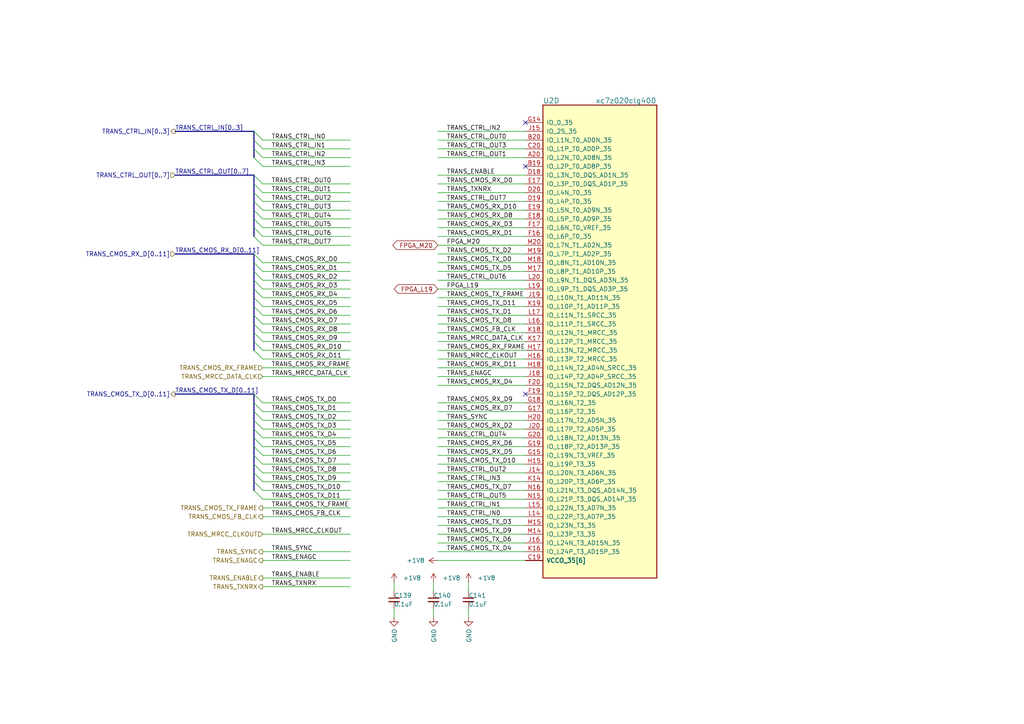
<source format=kicad_sch>
(kicad_sch (version 20220104) (generator eeschema)

  (uuid 2c116997-f9bd-4bcc-a11a-8955089a83a7)

  (paper "A4")

  (lib_symbols
    (symbol "7z010_ddr:xc7z020clg400" (pin_names (offset 1.016)) (in_bom yes) (on_board yes)
      (property "Reference" "U" (id 0) (at 2.54 6.35 0)
        (effects (font (size 1.524 1.524)) (justify left))
      )
      (property "Value" "xc7z020clg400" (id 1) (at 12.7 6.35 0)
        (effects (font (size 1.524 1.524)) (justify left))
      )
      (property "Footprint" "" (id 2) (at -11.43 8.89 0)
        (effects (font (size 1.524 1.524)) (justify left) hide)
      )
      (property "Datasheet" "" (id 3) (at 3.81 -3.81 0)
        (effects (font (size 1.524 1.524)) (justify left) hide)
      )
      (property "desc" "" (id 4) (at 33.02 5.08 0)
        (effects (font (size 1.524 1.524)) (justify left) hide)
      )
      (property "ki_locked" "" (id 5) (at 0 0 0)
        (effects (font (size 1.27 1.27)))
      )
      (symbol "xc7z020clg400_1_1"
        (rectangle (start 5.08 5.08) (end 38.1 -58.42)
          (stroke (width 0.3048) (type default))
          (fill (type background))
        )
        (pin power_in line (at 0 -17.78 0) (length 5.08)
          (name "RSVDGND" (effects (font (size 1.27 1.27))))
          (number "F10" (effects (font (size 1.27 1.27))))
        )
        (pin power_in line (at 0 -40.64 0) (length 5.08)
          (name "VCCBATT_0" (effects (font (size 1.27 1.27))))
          (number "F11" (effects (font (size 1.27 1.27))))
        )
        (pin output line (at 0 -33.02 0) (length 5.08)
          (name "TDO_0" (effects (font (size 1.27 1.27))))
          (number "F6" (effects (font (size 1.27 1.27))))
        )
        (pin input line (at 0 -27.94 0) (length 5.08)
          (name "TCK_0" (effects (font (size 1.27 1.27))))
          (number "F9" (effects (font (size 1.27 1.27))))
        )
        (pin input line (at 0 -30.48 0) (length 5.08)
          (name "TDI_0" (effects (font (size 1.27 1.27))))
          (number "G6" (effects (font (size 1.27 1.27))))
        )
        (pin power_in line (at 0 -10.16 0) (length 5.08)
          (name "GNDADC_0" (effects (font (size 1.27 1.27))))
          (number "J10" (effects (font (size 1.27 1.27))))
        )
        (pin input line (at 0 -35.56 0) (length 5.08)
          (name "TMS_0" (effects (font (size 1.27 1.27))))
          (number "J6" (effects (font (size 1.27 1.27))))
        )
        (pin power_in line (at 0 -38.1 0) (length 5.08)
          (name "VCCADC_0" (effects (font (size 1.27 1.27))))
          (number "J9" (effects (font (size 1.27 1.27))))
        )
        (pin input line (at 0 -50.8 0) (length 5.08)
          (name "VREFN_0" (effects (font (size 1.27 1.27))))
          (number "K10" (effects (font (size 1.27 1.27))))
        )
        (pin power_in line (at 0 -43.18 0) (length 5.08)
          (name "VCCO_0" (effects (font (size 1.27 1.27))))
          (number "K6" (effects (font (size 1.27 1.27))))
        )
        (pin input line (at 0 -48.26 0) (length 5.08)
          (name "VP_0" (effects (font (size 1.27 1.27))))
          (number "K9" (effects (font (size 1.27 1.27))))
        )
        (pin input line (at 0 -45.72 0) (length 5.08)
          (name "VN_0" (effects (font (size 1.27 1.27))))
          (number "L10" (effects (font (size 1.27 1.27))))
        )
        (pin input line (at 0 -15.24 0) (length 5.08)
          (name "PROGRAM_B_0" (effects (font (size 1.27 1.27))))
          (number "L6" (effects (font (size 1.27 1.27))))
        )
        (pin input line (at 0 -53.34 0) (length 5.08)
          (name "VREFP_0" (effects (font (size 1.27 1.27))))
          (number "L9" (effects (font (size 1.27 1.27))))
        )
        (pin passive line (at 0 -5.08 0) (length 5.08)
          (name "DXN_0" (effects (font (size 1.27 1.27))))
          (number "M10" (effects (font (size 1.27 1.27))))
        )
        (pin input line (at 0 0 0) (length 5.08)
          (name "CFGBVS_0" (effects (font (size 1.27 1.27))))
          (number "M6" (effects (font (size 1.27 1.27))))
        )
        (pin passive line (at 0 -7.62 0) (length 5.08)
          (name "DXP_0" (effects (font (size 1.27 1.27))))
          (number "M9" (effects (font (size 1.27 1.27))))
        )
        (pin power_in line (at 0 -25.4 0) (length 5.08)
          (name "RSVDVCC3" (effects (font (size 1.27 1.27))))
          (number "N6" (effects (font (size 1.27 1.27))))
        )
        (pin input line (at 0 -12.7 0) (length 5.08)
          (name "INIT_B_0" (effects (font (size 1.27 1.27))))
          (number "R10" (effects (font (size 1.27 1.27))))
        )
        (pin output line (at 0 -2.54 0) (length 5.08)
          (name "DONE_0" (effects (font (size 1.27 1.27))))
          (number "R11" (effects (font (size 1.27 1.27))))
        )
        (pin power_in line (at 0 -22.86 0) (length 5.08)
          (name "RSVDVCC2" (effects (font (size 1.27 1.27))))
          (number "R6" (effects (font (size 1.27 1.27))))
        )
        (pin power_in line (at 0 -20.32 0) (length 5.08)
          (name "RSVDVCC1" (effects (font (size 1.27 1.27))))
          (number "T6" (effects (font (size 1.27 1.27))))
        )
      )
      (symbol "xc7z020clg400_2_1"
        (rectangle (start 5.08 5.08) (end 38.1 -71.12)
          (stroke (width 0.3048) (type default))
          (fill (type background))
        )
        (pin bidirectional line (at 0 -43.18 0) (length 5.08)
          (name "IO_L19P_T3_13" (effects (font (size 1.27 1.27))))
          (number "T5" (effects (font (size 1.27 1.27))))
        )
        (pin power_in line (at 0 -66.04 0) (length 5.08)
          (name "VCCO_13[4]" (effects (font (size 1.27 1.27))))
          (number "T8" (effects (font (size 1.27 1.27))))
        )
        (pin bidirectional line (at 0 -7.62 0) (length 5.08)
          (name "IO_L12P_T1_MRCC_13" (effects (font (size 1.27 1.27))))
          (number "T9" (effects (font (size 1.27 1.27))))
        )
        (pin bidirectional line (at 0 -10.16 0) (length 5.08)
          (name "IO_L12N_T1_MRCC_13" (effects (font (size 1.27 1.27))))
          (number "U10" (effects (font (size 1.27 1.27))))
        )
        (pin power_in line (at 0 -66.04 0) (length 5.08)
          (name "VCCO_13[4]" (effects (font (size 1.27 1.27))))
          (number "U11" (effects (font (size 0 0))))
        )
        (pin bidirectional line (at 0 -45.72 0) (length 5.08)
          (name "IO_L19N_T3_VREF_13" (effects (font (size 1.27 1.27))))
          (number "U5" (effects (font (size 1.27 1.27))))
        )
        (pin bidirectional line (at 0 -2.54 0) (length 5.08)
          (name "IO_L11P_T1_SRCC_13" (effects (font (size 1.27 1.27))))
          (number "U7" (effects (font (size 1.27 1.27))))
        )
        (pin bidirectional line (at 0 -35.56 0) (length 5.08)
          (name "IO_L17N_T2_13" (effects (font (size 1.27 1.27))))
          (number "U8" (effects (font (size 1.27 1.27))))
        )
        (pin bidirectional line (at 0 -33.02 0) (length 5.08)
          (name "IO_L17P_T2_13" (effects (font (size 1.27 1.27))))
          (number "U9" (effects (font (size 1.27 1.27))))
        )
        (pin bidirectional line (at 0 -55.88 0) (length 5.08)
          (name "IO_L21N_T3_DQS_13" (effects (font (size 1.27 1.27))))
          (number "V10" (effects (font (size 1.27 1.27))))
        )
        (pin bidirectional line (at 0 -53.34 0) (length 5.08)
          (name "IO_L21P_T3_DQS_13" (effects (font (size 1.27 1.27))))
          (number "V11" (effects (font (size 1.27 1.27))))
        )
        (pin bidirectional line (at 0 0 0) (length 5.08)
          (name "IO_L6N_T0_VREF_13" (effects (font (size 1.27 1.27))))
          (number "V5" (effects (font (size 1.27 1.27))))
        )
        (pin bidirectional line (at 0 -58.42 0) (length 5.08)
          (name "IO_L22P_T3_13" (effects (font (size 1.27 1.27))))
          (number "V6" (effects (font (size 1.27 1.27))))
        )
        (pin bidirectional line (at 0 -5.08 0) (length 5.08)
          (name "IO_L11N_T1_SRCC_13" (effects (font (size 1.27 1.27))))
          (number "V7" (effects (font (size 1.27 1.27))))
        )
        (pin bidirectional line (at 0 -22.86 0) (length 5.08)
          (name "IO_L15P_T2_DQS_13" (effects (font (size 1.27 1.27))))
          (number "V8" (effects (font (size 1.27 1.27))))
        )
        (pin bidirectional line (at 0 -27.94 0) (length 5.08)
          (name "IO_L16P_T2_13" (effects (font (size 1.27 1.27))))
          (number "W10" (effects (font (size 1.27 1.27))))
        )
        (pin bidirectional line (at 0 -38.1 0) (length 5.08)
          (name "IO_L18P_T2_13" (effects (font (size 1.27 1.27))))
          (number "W11" (effects (font (size 1.27 1.27))))
        )
        (pin bidirectional line (at 0 -60.96 0) (length 5.08)
          (name "IO_L22N_T3_13" (effects (font (size 1.27 1.27))))
          (number "W6" (effects (font (size 1.27 1.27))))
        )
        (pin power_in line (at 0 -66.04 0) (length 5.08)
          (name "VCCO_13[4]" (effects (font (size 1.27 1.27))))
          (number "W7" (effects (font (size 0 0))))
        )
        (pin bidirectional line (at 0 -25.4 0) (length 5.08)
          (name "IO_L15N_T2_DQS_13" (effects (font (size 1.27 1.27))))
          (number "W8" (effects (font (size 1.27 1.27))))
        )
        (pin bidirectional line (at 0 -30.48 0) (length 5.08)
          (name "IO_L16N_T2_13" (effects (font (size 1.27 1.27))))
          (number "W9" (effects (font (size 1.27 1.27))))
        )
        (pin power_in line (at 0 -66.04 0) (length 5.08)
          (name "VCCO_13[4]" (effects (font (size 1.27 1.27))))
          (number "Y10" (effects (font (size 0 0))))
        )
        (pin bidirectional line (at 0 -40.64 0) (length 5.08)
          (name "IO_L18N_T2_13" (effects (font (size 1.27 1.27))))
          (number "Y11" (effects (font (size 1.27 1.27))))
        )
        (pin bidirectional line (at 0 -48.26 0) (length 5.08)
          (name "IO_L20P_T3_13" (effects (font (size 1.27 1.27))))
          (number "Y12" (effects (font (size 1.27 1.27))))
        )
        (pin bidirectional line (at 0 -50.8 0) (length 5.08)
          (name "IO_L20N_T3_13" (effects (font (size 1.27 1.27))))
          (number "Y13" (effects (font (size 1.27 1.27))))
        )
        (pin bidirectional line (at 0 -15.24 0) (length 5.08)
          (name "IO_L13N_T2_MRCC_13" (effects (font (size 1.27 1.27))))
          (number "Y6" (effects (font (size 1.27 1.27))))
        )
        (pin bidirectional line (at 0 -12.7 0) (length 5.08)
          (name "IO_L13P_T2_MRCC_13" (effects (font (size 1.27 1.27))))
          (number "Y7" (effects (font (size 1.27 1.27))))
        )
        (pin bidirectional line (at 0 -20.32 0) (length 5.08)
          (name "IO_L14N_T2_SRCC_13" (effects (font (size 1.27 1.27))))
          (number "Y8" (effects (font (size 1.27 1.27))))
        )
        (pin bidirectional line (at 0 -17.78 0) (length 5.08)
          (name "IO_L14P_T2_SRCC_13" (effects (font (size 1.27 1.27))))
          (number "Y9" (effects (font (size 1.27 1.27))))
        )
      )
      (symbol "xc7z020clg400_3_1"
        (rectangle (start 5.08 5.08) (end 38.1 -132.08)
          (stroke (width 0.3048) (type default))
          (fill (type background))
        )
        (pin bidirectional line (at 0 -119.38 0) (length 5.08)
          (name "IO_L23P_T3_34" (effects (font (size 1.27 1.27))))
          (number "N17" (effects (font (size 1.27 1.27))))
        )
        (pin bidirectional line (at 0 -68.58 0) (length 5.08)
          (name "IO_L13P_T2_MRCC_34" (effects (font (size 1.27 1.27))))
          (number "N18" (effects (font (size 1.27 1.27))))
        )
        (pin power_in line (at 0 -127 0) (length 5.08)
          (name "VCCO_34[6]" (effects (font (size 1.27 1.27))))
          (number "N19" (effects (font (size 1.27 1.27))))
        )
        (pin bidirectional line (at 0 -73.66 0) (length 5.08)
          (name "IO_L14P_T2_SRCC_34" (effects (font (size 1.27 1.27))))
          (number "N20" (effects (font (size 1.27 1.27))))
        )
        (pin bidirectional line (at 0 -33.02 0) (length 5.08)
          (name "IO_L6P_T0_34" (effects (font (size 1.27 1.27))))
          (number "P14" (effects (font (size 1.27 1.27))))
        )
        (pin bidirectional line (at 0 -124.46 0) (length 5.08)
          (name "IO_L24P_T3_34" (effects (font (size 1.27 1.27))))
          (number "P15" (effects (font (size 1.27 1.27))))
        )
        (pin bidirectional line (at 0 -121.92 0) (length 5.08)
          (name "IO_L24N_T3_34" (effects (font (size 1.27 1.27))))
          (number "P16" (effects (font (size 1.27 1.27))))
        )
        (pin bidirectional line (at 0 -116.84 0) (length 5.08)
          (name "IO_L23N_T3_34" (effects (font (size 1.27 1.27))))
          (number "P18" (effects (font (size 1.27 1.27))))
        )
        (pin bidirectional line (at 0 -66.04 0) (length 5.08)
          (name "IO_L13N_T2_MRCC_34" (effects (font (size 1.27 1.27))))
          (number "P19" (effects (font (size 1.27 1.27))))
        )
        (pin bidirectional line (at 0 -71.12 0) (length 5.08)
          (name "IO_L14N_T2_SRCC_34" (effects (font (size 1.27 1.27))))
          (number "P20" (effects (font (size 1.27 1.27))))
        )
        (pin bidirectional line (at 0 -30.48 0) (length 5.08)
          (name "IO_L6N_T0_VREF_34" (effects (font (size 1.27 1.27))))
          (number "R14" (effects (font (size 1.27 1.27))))
        )
        (pin power_in line (at 0 -127 0) (length 5.08)
          (name "VCCO_34[6]" (effects (font (size 1.27 1.27))))
          (number "R15" (effects (font (size 0 0))))
        )
        (pin bidirectional line (at 0 -99.06 0) (length 5.08)
          (name "IO_L19P_T3_34" (effects (font (size 1.27 1.27))))
          (number "R16" (effects (font (size 1.27 1.27))))
        )
        (pin bidirectional line (at 0 -96.52 0) (length 5.08)
          (name "IO_L19N_T3_VREF_34" (effects (font (size 1.27 1.27))))
          (number "R17" (effects (font (size 1.27 1.27))))
        )
        (pin bidirectional line (at 0 -101.6 0) (length 5.08)
          (name "IO_L20N_T3_34" (effects (font (size 1.27 1.27))))
          (number "R18" (effects (font (size 1.27 1.27))))
        )
        (pin bidirectional line (at 0 0 0) (length 5.08)
          (name "IO_0_34" (effects (font (size 1.27 1.27))))
          (number "R19" (effects (font (size 1.27 1.27))))
        )
        (pin bidirectional line (at 0 -5.08 0) (length 5.08)
          (name "IO_L1N_T0_34" (effects (font (size 1.27 1.27))))
          (number "T10" (effects (font (size 1.27 1.27))))
        )
        (pin bidirectional line (at 0 -7.62 0) (length 5.08)
          (name "IO_L1P_T0_34" (effects (font (size 1.27 1.27))))
          (number "T11" (effects (font (size 1.27 1.27))))
        )
        (pin bidirectional line (at 0 -12.7 0) (length 5.08)
          (name "IO_L2P_T0_34" (effects (font (size 1.27 1.27))))
          (number "T12" (effects (font (size 1.27 1.27))))
        )
        (pin bidirectional line (at 0 -27.94 0) (length 5.08)
          (name "IO_L5P_T0_34" (effects (font (size 1.27 1.27))))
          (number "T14" (effects (font (size 1.27 1.27))))
        )
        (pin bidirectional line (at 0 -25.4 0) (length 5.08)
          (name "IO_L5N_T0_34" (effects (font (size 1.27 1.27))))
          (number "T15" (effects (font (size 1.27 1.27))))
        )
        (pin bidirectional line (at 0 -48.26 0) (length 5.08)
          (name "IO_L9P_T1_DQS_34" (effects (font (size 1.27 1.27))))
          (number "T16" (effects (font (size 1.27 1.27))))
        )
        (pin bidirectional line (at 0 -104.14 0) (length 5.08)
          (name "IO_L20P_T3_34" (effects (font (size 1.27 1.27))))
          (number "T17" (effects (font (size 1.27 1.27))))
        )
        (pin power_in line (at 0 -127 0) (length 5.08)
          (name "VCCO_34[6]" (effects (font (size 1.27 1.27))))
          (number "T18" (effects (font (size 0 0))))
        )
        (pin bidirectional line (at 0 -2.54 0) (length 5.08)
          (name "IO_25_34" (effects (font (size 1.27 1.27))))
          (number "T19" (effects (font (size 1.27 1.27))))
        )
        (pin bidirectional line (at 0 -78.74 0) (length 5.08)
          (name "IO_L15P_T2_DQS_34" (effects (font (size 1.27 1.27))))
          (number "T20" (effects (font (size 1.27 1.27))))
        )
        (pin bidirectional line (at 0 -10.16 0) (length 5.08)
          (name "IO_L2N_T0_34" (effects (font (size 1.27 1.27))))
          (number "U12" (effects (font (size 1.27 1.27))))
        )
        (pin bidirectional line (at 0 -17.78 0) (length 5.08)
          (name "IO_L3P_T0_DQS_PUDC_B_34" (effects (font (size 1.27 1.27))))
          (number "U13" (effects (font (size 1.27 1.27))))
        )
        (pin bidirectional line (at 0 -58.42 0) (length 5.08)
          (name "IO_L11P_T1_SRCC_34" (effects (font (size 1.27 1.27))))
          (number "U14" (effects (font (size 1.27 1.27))))
        )
        (pin bidirectional line (at 0 -55.88 0) (length 5.08)
          (name "IO_L11N_T1_SRCC_34" (effects (font (size 1.27 1.27))))
          (number "U15" (effects (font (size 1.27 1.27))))
        )
        (pin bidirectional line (at 0 -45.72 0) (length 5.08)
          (name "IO_L9N_T1_DQS_34" (effects (font (size 1.27 1.27))))
          (number "U17" (effects (font (size 1.27 1.27))))
        )
        (pin bidirectional line (at 0 -63.5 0) (length 5.08)
          (name "IO_L12P_T1_MRCC_34" (effects (font (size 1.27 1.27))))
          (number "U18" (effects (font (size 1.27 1.27))))
        )
        (pin bidirectional line (at 0 -60.96 0) (length 5.08)
          (name "IO_L12N_T1_MRCC_34" (effects (font (size 1.27 1.27))))
          (number "U19" (effects (font (size 1.27 1.27))))
        )
        (pin bidirectional line (at 0 -76.2 0) (length 5.08)
          (name "IO_L15N_T2_DQS_34" (effects (font (size 1.27 1.27))))
          (number "U20" (effects (font (size 1.27 1.27))))
        )
        (pin bidirectional line (at 0 -22.86 0) (length 5.08)
          (name "IO_L4P_T0_34" (effects (font (size 1.27 1.27))))
          (number "V12" (effects (font (size 1.27 1.27))))
        )
        (pin bidirectional line (at 0 -15.24 0) (length 5.08)
          (name "IO_L3N_T0_DQS_34" (effects (font (size 1.27 1.27))))
          (number "V13" (effects (font (size 1.27 1.27))))
        )
        (pin power_in line (at 0 -127 0) (length 5.08)
          (name "VCCO_34[6]" (effects (font (size 1.27 1.27))))
          (number "V14" (effects (font (size 0 0))))
        )
        (pin bidirectional line (at 0 -53.34 0) (length 5.08)
          (name "IO_L10P_T1_34" (effects (font (size 1.27 1.27))))
          (number "V15" (effects (font (size 1.27 1.27))))
        )
        (pin bidirectional line (at 0 -93.98 0) (length 5.08)
          (name "IO_L18P_T2_34" (effects (font (size 1.27 1.27))))
          (number "V16" (effects (font (size 1.27 1.27))))
        )
        (pin bidirectional line (at 0 -109.22 0) (length 5.08)
          (name "IO_L21P_T3_DQS_34" (effects (font (size 1.27 1.27))))
          (number "V17" (effects (font (size 1.27 1.27))))
        )
        (pin bidirectional line (at 0 -106.68 0) (length 5.08)
          (name "IO_L21N_T3_DQS_34" (effects (font (size 1.27 1.27))))
          (number "V18" (effects (font (size 1.27 1.27))))
        )
        (pin bidirectional line (at 0 -83.82 0) (length 5.08)
          (name "IO_L16P_T2_34" (effects (font (size 1.27 1.27))))
          (number "V20" (effects (font (size 1.27 1.27))))
        )
        (pin bidirectional line (at 0 -20.32 0) (length 5.08)
          (name "IO_L4N_T0_34" (effects (font (size 1.27 1.27))))
          (number "W13" (effects (font (size 1.27 1.27))))
        )
        (pin bidirectional line (at 0 -43.18 0) (length 5.08)
          (name "IO_L8P_T1_34" (effects (font (size 1.27 1.27))))
          (number "W14" (effects (font (size 1.27 1.27))))
        )
        (pin bidirectional line (at 0 -50.8 0) (length 5.08)
          (name "IO_L10N_T1_34" (effects (font (size 1.27 1.27))))
          (number "W15" (effects (font (size 1.27 1.27))))
        )
        (pin bidirectional line (at 0 -91.44 0) (length 5.08)
          (name "IO_L18N_T2_34" (effects (font (size 1.27 1.27))))
          (number "W16" (effects (font (size 1.27 1.27))))
        )
        (pin power_in line (at 0 -127 0) (length 5.08)
          (name "VCCO_34[6]" (effects (font (size 1.27 1.27))))
          (number "W17" (effects (font (size 0 0))))
        )
        (pin bidirectional line (at 0 -114.3 0) (length 5.08)
          (name "IO_L22P_T3_34" (effects (font (size 1.27 1.27))))
          (number "W18" (effects (font (size 1.27 1.27))))
        )
        (pin bidirectional line (at 0 -111.76 0) (length 5.08)
          (name "IO_L22N_T3_34" (effects (font (size 1.27 1.27))))
          (number "W19" (effects (font (size 1.27 1.27))))
        )
        (pin bidirectional line (at 0 -81.28 0) (length 5.08)
          (name "IO_L16N_T2_34" (effects (font (size 1.27 1.27))))
          (number "W20" (effects (font (size 1.27 1.27))))
        )
        (pin bidirectional line (at 0 -40.64 0) (length 5.08)
          (name "IO_L8N_T1_34" (effects (font (size 1.27 1.27))))
          (number "Y14" (effects (font (size 1.27 1.27))))
        )
        (pin bidirectional line (at 0 -38.1 0) (length 5.08)
          (name "IO_L7P_T1_34" (effects (font (size 1.27 1.27))))
          (number "Y16" (effects (font (size 1.27 1.27))))
        )
        (pin bidirectional line (at 0 -35.56 0) (length 5.08)
          (name "IO_L7N_T1_34" (effects (font (size 1.27 1.27))))
          (number "Y17" (effects (font (size 1.27 1.27))))
        )
        (pin bidirectional line (at 0 -88.9 0) (length 5.08)
          (name "IO_L17P_T2_34" (effects (font (size 1.27 1.27))))
          (number "Y18" (effects (font (size 1.27 1.27))))
        )
        (pin bidirectional line (at 0 -86.36 0) (length 5.08)
          (name "IO_L17N_T2_34" (effects (font (size 1.27 1.27))))
          (number "Y19" (effects (font (size 1.27 1.27))))
        )
        (pin power_in line (at 0 -127 0) (length 5.08)
          (name "VCCO_34[6]" (effects (font (size 1.27 1.27))))
          (number "Y20" (effects (font (size 0 0))))
        )
      )
      (symbol "xc7z020clg400_4_1"
        (rectangle (start 5.08 5.08) (end 38.1 -132.08)
          (stroke (width 0.3048) (type default))
          (fill (type background))
        )
        (pin bidirectional line (at 0 -10.16 0) (length 5.08)
          (name "IO_L2N_T0_AD8N_35" (effects (font (size 1.27 1.27))))
          (number "A20" (effects (font (size 1.27 1.27))))
        )
        (pin bidirectional line (at 0 -12.7 0) (length 5.08)
          (name "IO_L2P_T0_AD8P_35" (effects (font (size 1.27 1.27))))
          (number "B19" (effects (font (size 1.27 1.27))))
        )
        (pin bidirectional line (at 0 -5.08 0) (length 5.08)
          (name "IO_L1N_T0_AD0N_35" (effects (font (size 1.27 1.27))))
          (number "B20" (effects (font (size 1.27 1.27))))
        )
        (pin power_in line (at 0 -127 0) (length 5.08)
          (name "VCCO_35[6]" (effects (font (size 1.27 1.27))))
          (number "C19" (effects (font (size 1.27 1.27))))
        )
        (pin bidirectional line (at 0 -7.62 0) (length 5.08)
          (name "IO_L1P_T0_AD0P_35" (effects (font (size 1.27 1.27))))
          (number "C20" (effects (font (size 1.27 1.27))))
        )
        (pin bidirectional line (at 0 -15.24 0) (length 5.08)
          (name "IO_L3N_T0_DQS_AD1N_35" (effects (font (size 1.27 1.27))))
          (number "D18" (effects (font (size 1.27 1.27))))
        )
        (pin bidirectional line (at 0 -22.86 0) (length 5.08)
          (name "IO_L4P_T0_35" (effects (font (size 1.27 1.27))))
          (number "D19" (effects (font (size 1.27 1.27))))
        )
        (pin bidirectional line (at 0 -20.32 0) (length 5.08)
          (name "IO_L4N_T0_35" (effects (font (size 1.27 1.27))))
          (number "D20" (effects (font (size 1.27 1.27))))
        )
        (pin bidirectional line (at 0 -17.78 0) (length 5.08)
          (name "IO_L3P_T0_DQS_AD1P_35" (effects (font (size 1.27 1.27))))
          (number "E17" (effects (font (size 1.27 1.27))))
        )
        (pin bidirectional line (at 0 -27.94 0) (length 5.08)
          (name "IO_L5P_T0_AD9P_35" (effects (font (size 1.27 1.27))))
          (number "E18" (effects (font (size 1.27 1.27))))
        )
        (pin bidirectional line (at 0 -25.4 0) (length 5.08)
          (name "IO_L5N_T0_AD9N_35" (effects (font (size 1.27 1.27))))
          (number "E19" (effects (font (size 1.27 1.27))))
        )
        (pin bidirectional line (at 0 -33.02 0) (length 5.08)
          (name "IO_L6P_T0_35" (effects (font (size 1.27 1.27))))
          (number "F16" (effects (font (size 1.27 1.27))))
        )
        (pin bidirectional line (at 0 -30.48 0) (length 5.08)
          (name "IO_L6N_T0_VREF_35" (effects (font (size 1.27 1.27))))
          (number "F17" (effects (font (size 1.27 1.27))))
        )
        (pin power_in line (at 0 -127 0) (length 5.08)
          (name "VCCO_35[6]" (effects (font (size 1.27 1.27))))
          (number "F18" (effects (font (size 0 0))))
        )
        (pin bidirectional line (at 0 -78.74 0) (length 5.08)
          (name "IO_L15P_T2_DQS_AD12P_35" (effects (font (size 1.27 1.27))))
          (number "F19" (effects (font (size 1.27 1.27))))
        )
        (pin bidirectional line (at 0 -76.2 0) (length 5.08)
          (name "IO_L15N_T2_DQS_AD12N_35" (effects (font (size 1.27 1.27))))
          (number "F20" (effects (font (size 1.27 1.27))))
        )
        (pin bidirectional line (at 0 0 0) (length 5.08)
          (name "IO_0_35" (effects (font (size 1.27 1.27))))
          (number "G14" (effects (font (size 1.27 1.27))))
        )
        (pin bidirectional line (at 0 -96.52 0) (length 5.08)
          (name "IO_L19N_T3_VREF_35" (effects (font (size 1.27 1.27))))
          (number "G15" (effects (font (size 1.27 1.27))))
        )
        (pin bidirectional line (at 0 -83.82 0) (length 5.08)
          (name "IO_L16P_T2_35" (effects (font (size 1.27 1.27))))
          (number "G17" (effects (font (size 1.27 1.27))))
        )
        (pin bidirectional line (at 0 -81.28 0) (length 5.08)
          (name "IO_L16N_T2_35" (effects (font (size 1.27 1.27))))
          (number "G18" (effects (font (size 1.27 1.27))))
        )
        (pin bidirectional line (at 0 -93.98 0) (length 5.08)
          (name "IO_L18P_T2_AD13P_35" (effects (font (size 1.27 1.27))))
          (number "G19" (effects (font (size 1.27 1.27))))
        )
        (pin bidirectional line (at 0 -91.44 0) (length 5.08)
          (name "IO_L18N_T2_AD13N_35" (effects (font (size 1.27 1.27))))
          (number "G20" (effects (font (size 1.27 1.27))))
        )
        (pin power_in line (at 0 -127 0) (length 5.08)
          (name "VCCO_35[6]" (effects (font (size 1.27 1.27))))
          (number "H14" (effects (font (size 0 0))))
        )
        (pin bidirectional line (at 0 -99.06 0) (length 5.08)
          (name "IO_L19P_T3_35" (effects (font (size 1.27 1.27))))
          (number "H15" (effects (font (size 1.27 1.27))))
        )
        (pin bidirectional line (at 0 -68.58 0) (length 5.08)
          (name "IO_L13P_T2_MRCC_35" (effects (font (size 1.27 1.27))))
          (number "H16" (effects (font (size 1.27 1.27))))
        )
        (pin bidirectional line (at 0 -66.04 0) (length 5.08)
          (name "IO_L13N_T2_MRCC_35" (effects (font (size 1.27 1.27))))
          (number "H17" (effects (font (size 1.27 1.27))))
        )
        (pin bidirectional line (at 0 -71.12 0) (length 5.08)
          (name "IO_L14N_T2_AD4N_SRCC_35" (effects (font (size 1.27 1.27))))
          (number "H18" (effects (font (size 1.27 1.27))))
        )
        (pin bidirectional line (at 0 -86.36 0) (length 5.08)
          (name "IO_L17N_T2_AD5N_35" (effects (font (size 1.27 1.27))))
          (number "H20" (effects (font (size 1.27 1.27))))
        )
        (pin bidirectional line (at 0 -101.6 0) (length 5.08)
          (name "IO_L20N_T3_AD6N_35" (effects (font (size 1.27 1.27))))
          (number "J14" (effects (font (size 1.27 1.27))))
        )
        (pin bidirectional line (at 0 -2.54 0) (length 5.08)
          (name "IO_25_35" (effects (font (size 1.27 1.27))))
          (number "J15" (effects (font (size 1.27 1.27))))
        )
        (pin bidirectional line (at 0 -121.92 0) (length 5.08)
          (name "IO_L24N_T3_AD15N_35" (effects (font (size 1.27 1.27))))
          (number "J16" (effects (font (size 1.27 1.27))))
        )
        (pin power_in line (at 0 -127 0) (length 5.08)
          (name "VCCO_35[6]" (effects (font (size 1.27 1.27))))
          (number "J17" (effects (font (size 0 0))))
        )
        (pin bidirectional line (at 0 -73.66 0) (length 5.08)
          (name "IO_L14P_T2_AD4P_SRCC_35" (effects (font (size 1.27 1.27))))
          (number "J18" (effects (font (size 1.27 1.27))))
        )
        (pin bidirectional line (at 0 -50.8 0) (length 5.08)
          (name "IO_L10N_T1_AD11N_35" (effects (font (size 1.27 1.27))))
          (number "J19" (effects (font (size 1.27 1.27))))
        )
        (pin bidirectional line (at 0 -88.9 0) (length 5.08)
          (name "IO_L17P_T2_AD5P_35" (effects (font (size 1.27 1.27))))
          (number "J20" (effects (font (size 1.27 1.27))))
        )
        (pin bidirectional line (at 0 -104.14 0) (length 5.08)
          (name "IO_L20P_T3_AD6P_35" (effects (font (size 1.27 1.27))))
          (number "K14" (effects (font (size 1.27 1.27))))
        )
        (pin bidirectional line (at 0 -124.46 0) (length 5.08)
          (name "IO_L24P_T3_AD15P_35" (effects (font (size 1.27 1.27))))
          (number "K16" (effects (font (size 1.27 1.27))))
        )
        (pin bidirectional line (at 0 -63.5 0) (length 5.08)
          (name "IO_L12P_T1_MRCC_35" (effects (font (size 1.27 1.27))))
          (number "K17" (effects (font (size 1.27 1.27))))
        )
        (pin bidirectional line (at 0 -60.96 0) (length 5.08)
          (name "IO_L12N_T1_MRCC_35" (effects (font (size 1.27 1.27))))
          (number "K18" (effects (font (size 1.27 1.27))))
        )
        (pin bidirectional line (at 0 -53.34 0) (length 5.08)
          (name "IO_L10P_T1_AD11P_35" (effects (font (size 1.27 1.27))))
          (number "K19" (effects (font (size 1.27 1.27))))
        )
        (pin power_in line (at 0 -127 0) (length 5.08)
          (name "VCCO_35[6]" (effects (font (size 1.27 1.27))))
          (number "K20" (effects (font (size 0 0))))
        )
        (pin bidirectional line (at 0 -114.3 0) (length 5.08)
          (name "IO_L22P_T3_AD7P_35" (effects (font (size 1.27 1.27))))
          (number "L14" (effects (font (size 1.27 1.27))))
        )
        (pin bidirectional line (at 0 -111.76 0) (length 5.08)
          (name "IO_L22N_T3_AD7N_35" (effects (font (size 1.27 1.27))))
          (number "L15" (effects (font (size 1.27 1.27))))
        )
        (pin bidirectional line (at 0 -58.42 0) (length 5.08)
          (name "IO_L11P_T1_SRCC_35" (effects (font (size 1.27 1.27))))
          (number "L16" (effects (font (size 1.27 1.27))))
        )
        (pin bidirectional line (at 0 -55.88 0) (length 5.08)
          (name "IO_L11N_T1_SRCC_35" (effects (font (size 1.27 1.27))))
          (number "L17" (effects (font (size 1.27 1.27))))
        )
        (pin bidirectional line (at 0 -48.26 0) (length 5.08)
          (name "IO_L9P_T1_DQS_AD3P_35" (effects (font (size 1.27 1.27))))
          (number "L19" (effects (font (size 1.27 1.27))))
        )
        (pin bidirectional line (at 0 -45.72 0) (length 5.08)
          (name "IO_L9N_T1_DQS_AD3N_35" (effects (font (size 1.27 1.27))))
          (number "L20" (effects (font (size 1.27 1.27))))
        )
        (pin bidirectional line (at 0 -119.38 0) (length 5.08)
          (name "IO_L23P_T3_35" (effects (font (size 1.27 1.27))))
          (number "M14" (effects (font (size 1.27 1.27))))
        )
        (pin bidirectional line (at 0 -116.84 0) (length 5.08)
          (name "IO_L23N_T3_35" (effects (font (size 1.27 1.27))))
          (number "M15" (effects (font (size 1.27 1.27))))
        )
        (pin power_in line (at 0 -127 0) (length 5.08)
          (name "VCCO_35[6]" (effects (font (size 1.27 1.27))))
          (number "M16" (effects (font (size 0 0))))
        )
        (pin bidirectional line (at 0 -43.18 0) (length 5.08)
          (name "IO_L8P_T1_AD10P_35" (effects (font (size 1.27 1.27))))
          (number "M17" (effects (font (size 1.27 1.27))))
        )
        (pin bidirectional line (at 0 -40.64 0) (length 5.08)
          (name "IO_L8N_T1_AD10N_35" (effects (font (size 1.27 1.27))))
          (number "M18" (effects (font (size 1.27 1.27))))
        )
        (pin bidirectional line (at 0 -38.1 0) (length 5.08)
          (name "IO_L7P_T1_AD2P_35" (effects (font (size 1.27 1.27))))
          (number "M19" (effects (font (size 1.27 1.27))))
        )
        (pin bidirectional line (at 0 -35.56 0) (length 5.08)
          (name "IO_L7N_T1_AD2N_35" (effects (font (size 1.27 1.27))))
          (number "M20" (effects (font (size 1.27 1.27))))
        )
        (pin bidirectional line (at 0 -109.22 0) (length 5.08)
          (name "IO_L21P_T3_DQS_AD14P_35" (effects (font (size 1.27 1.27))))
          (number "N15" (effects (font (size 1.27 1.27))))
        )
        (pin bidirectional line (at 0 -106.68 0) (length 5.08)
          (name "IO_L21N_T3_DQS_AD14N_35" (effects (font (size 1.27 1.27))))
          (number "N16" (effects (font (size 1.27 1.27))))
        )
      )
      (symbol "xc7z020clg400_5_1"
        (rectangle (start 5.08 5.08) (end 38.1 -50.8)
          (stroke (width 0.3048) (type default))
          (fill (type background))
        )
        (pin bidirectional line (at 0 -17.78 0) (length 5.08)
          (name "PS_MIO6_500" (effects (font (size 1.27 1.27))))
          (number "A5" (effects (font (size 1.27 1.27))))
        )
        (pin bidirectional line (at 0 -15.24 0) (length 5.08)
          (name "PS_MIO5_500" (effects (font (size 1.27 1.27))))
          (number "A6" (effects (font (size 1.27 1.27))))
        )
        (pin bidirectional line (at 0 -5.08 0) (length 5.08)
          (name "PS_MIO1_500" (effects (font (size 1.27 1.27))))
          (number "A7" (effects (font (size 1.27 1.27))))
        )
        (pin bidirectional line (at 0 -25.4 0) (length 5.08)
          (name "PS_MIO9_500" (effects (font (size 1.27 1.27))))
          (number "B5" (effects (font (size 1.27 1.27))))
        )
        (pin power_in line (at 0 -45.72 0) (length 5.08)
          (name "VCCO_MIO0_500[2]" (effects (font (size 1.27 1.27))))
          (number "B6" (effects (font (size 1.27 1.27))))
        )
        (pin bidirectional line (at 0 -12.7 0) (length 5.08)
          (name "PS_MIO4_500" (effects (font (size 1.27 1.27))))
          (number "B7" (effects (font (size 1.27 1.27))))
        )
        (pin bidirectional line (at 0 -7.62 0) (length 5.08)
          (name "PS_MIO2_500" (effects (font (size 1.27 1.27))))
          (number "B8" (effects (font (size 1.27 1.27))))
        )
        (pin bidirectional line (at 0 -38.1 0) (length 5.08)
          (name "PS_MIO14_500" (effects (font (size 1.27 1.27))))
          (number "C5" (effects (font (size 1.27 1.27))))
        )
        (pin bidirectional line (at 0 -30.48 0) (length 5.08)
          (name "PS_MIO11_500" (effects (font (size 1.27 1.27))))
          (number "C6" (effects (font (size 1.27 1.27))))
        )
        (pin input line (at 0 -43.18 0) (length 5.08)
          (name "PS_POR_B_500" (effects (font (size 1.27 1.27))))
          (number "C7" (effects (font (size 1.27 1.27))))
        )
        (pin bidirectional line (at 0 -40.64 0) (length 5.08)
          (name "PS_MIO15_500" (effects (font (size 1.27 1.27))))
          (number "C8" (effects (font (size 1.27 1.27))))
        )
        (pin bidirectional line (at 0 -22.86 0) (length 5.08)
          (name "PS_MIO8_500" (effects (font (size 1.27 1.27))))
          (number "D5" (effects (font (size 1.27 1.27))))
        )
        (pin bidirectional line (at 0 -10.16 0) (length 5.08)
          (name "PS_MIO3_500" (effects (font (size 1.27 1.27))))
          (number "D6" (effects (font (size 1.27 1.27))))
        )
        (pin power_in line (at 0 -45.72 0) (length 5.08)
          (name "VCCO_MIO0_500[2]" (effects (font (size 1.27 1.27))))
          (number "D7" (effects (font (size 0 0))))
        )
        (pin bidirectional line (at 0 -20.32 0) (length 5.08)
          (name "PS_MIO7_500" (effects (font (size 1.27 1.27))))
          (number "D8" (effects (font (size 1.27 1.27))))
        )
        (pin bidirectional line (at 0 -33.02 0) (length 5.08)
          (name "PS_MIO12_500" (effects (font (size 1.27 1.27))))
          (number "D9" (effects (font (size 1.27 1.27))))
        )
        (pin bidirectional line (at 0 -2.54 0) (length 5.08)
          (name "PS_MIO0_500" (effects (font (size 1.27 1.27))))
          (number "E6" (effects (font (size 1.27 1.27))))
        )
        (pin input line (at 0 0 0) (length 5.08)
          (name "PS_CLK_500" (effects (font (size 1.27 1.27))))
          (number "E7" (effects (font (size 1.27 1.27))))
        )
        (pin bidirectional line (at 0 -35.56 0) (length 5.08)
          (name "PS_MIO13_500" (effects (font (size 1.27 1.27))))
          (number "E8" (effects (font (size 1.27 1.27))))
        )
        (pin bidirectional line (at 0 -27.94 0) (length 5.08)
          (name "PS_MIO10_500" (effects (font (size 1.27 1.27))))
          (number "E9" (effects (font (size 1.27 1.27))))
        )
      )
      (symbol "xc7z020clg400_6_1"
        (rectangle (start 5.08 5.08) (end 38.1 -106.68)
          (stroke (width 0.3048) (type default))
          (fill (type background))
        )
        (pin bidirectional line (at 0 -53.34 0) (length 5.08)
          (name "PS_MIO37_501" (effects (font (size 1.27 1.27))))
          (number "A10" (effects (font (size 1.27 1.27))))
        )
        (pin bidirectional line (at 0 -50.8 0) (length 5.08)
          (name "PS_MIO36_501" (effects (font (size 1.27 1.27))))
          (number "A11" (effects (font (size 1.27 1.27))))
        )
        (pin bidirectional line (at 0 -45.72 0) (length 5.08)
          (name "PS_MIO34_501" (effects (font (size 1.27 1.27))))
          (number "A12" (effects (font (size 1.27 1.27))))
        )
        (pin power_in line (at 0 -101.6 0) (length 5.08)
          (name "VCCO_MIO1_501[4]" (effects (font (size 1.27 1.27))))
          (number "A13" (effects (font (size 1.27 1.27))))
        )
        (pin bidirectional line (at 0 -40.64 0) (length 5.08)
          (name "PS_MIO32_501" (effects (font (size 1.27 1.27))))
          (number "A14" (effects (font (size 1.27 1.27))))
        )
        (pin bidirectional line (at 0 -25.4 0) (length 5.08)
          (name "PS_MIO26_501" (effects (font (size 1.27 1.27))))
          (number "A15" (effects (font (size 1.27 1.27))))
        )
        (pin bidirectional line (at 0 -20.32 0) (length 5.08)
          (name "PS_MIO24_501" (effects (font (size 1.27 1.27))))
          (number "A16" (effects (font (size 1.27 1.27))))
        )
        (pin bidirectional line (at 0 -10.16 0) (length 5.08)
          (name "PS_MIO20_501" (effects (font (size 1.27 1.27))))
          (number "A17" (effects (font (size 1.27 1.27))))
        )
        (pin bidirectional line (at 0 0 0) (length 5.08)
          (name "PS_MIO16_501" (effects (font (size 1.27 1.27))))
          (number "A19" (effects (font (size 1.27 1.27))))
        )
        (pin bidirectional line (at 0 -68.58 0) (length 5.08)
          (name "PS_MIO43_501" (effects (font (size 1.27 1.27))))
          (number "A9" (effects (font (size 1.27 1.27))))
        )
        (pin input line (at 0 -99.06 0) (length 5.08)
          (name "PS_SRST_B_501" (effects (font (size 1.27 1.27))))
          (number "B10" (effects (font (size 1.27 1.27))))
        )
        (pin bidirectional line (at 0 -81.28 0) (length 5.08)
          (name "PS_MIO48_501" (effects (font (size 1.27 1.27))))
          (number "B12" (effects (font (size 1.27 1.27))))
        )
        (pin bidirectional line (at 0 -86.36 0) (length 5.08)
          (name "PS_MIO50_501" (effects (font (size 1.27 1.27))))
          (number "B13" (effects (font (size 1.27 1.27))))
        )
        (pin bidirectional line (at 0 -78.74 0) (length 5.08)
          (name "PS_MIO47_501" (effects (font (size 1.27 1.27))))
          (number "B14" (effects (font (size 1.27 1.27))))
        )
        (pin bidirectional line (at 0 -73.66 0) (length 5.08)
          (name "PS_MIO45_501" (effects (font (size 1.27 1.27))))
          (number "B15" (effects (font (size 1.27 1.27))))
        )
        (pin power_in line (at 0 -101.6 0) (length 5.08)
          (name "VCCO_MIO1_501[4]" (effects (font (size 1.27 1.27))))
          (number "B16" (effects (font (size 0 0))))
        )
        (pin bidirectional line (at 0 -15.24 0) (length 5.08)
          (name "PS_MIO22_501" (effects (font (size 1.27 1.27))))
          (number "B17" (effects (font (size 1.27 1.27))))
        )
        (pin bidirectional line (at 0 -5.08 0) (length 5.08)
          (name "PS_MIO18_501" (effects (font (size 1.27 1.27))))
          (number "B18" (effects (font (size 1.27 1.27))))
        )
        (pin bidirectional line (at 0 -88.9 0) (length 5.08)
          (name "PS_MIO51_501" (effects (font (size 1.27 1.27))))
          (number "B9" (effects (font (size 1.27 1.27))))
        )
        (pin bidirectional line (at 0 -91.44 0) (length 5.08)
          (name "PS_MIO52_501" (effects (font (size 1.27 1.27))))
          (number "C10" (effects (font (size 1.27 1.27))))
        )
        (pin bidirectional line (at 0 -93.98 0) (length 5.08)
          (name "PS_MIO53_501" (effects (font (size 1.27 1.27))))
          (number "C11" (effects (font (size 1.27 1.27))))
        )
        (pin bidirectional line (at 0 -83.82 0) (length 5.08)
          (name "PS_MIO49_501" (effects (font (size 1.27 1.27))))
          (number "C12" (effects (font (size 1.27 1.27))))
        )
        (pin bidirectional line (at 0 -33.02 0) (length 5.08)
          (name "PS_MIO29_501" (effects (font (size 1.27 1.27))))
          (number "C13" (effects (font (size 1.27 1.27))))
        )
        (pin bidirectional line (at 0 -35.56 0) (length 5.08)
          (name "PS_MIO30_501" (effects (font (size 1.27 1.27))))
          (number "C15" (effects (font (size 1.27 1.27))))
        )
        (pin bidirectional line (at 0 -30.48 0) (length 5.08)
          (name "PS_MIO28_501" (effects (font (size 1.27 1.27))))
          (number "C16" (effects (font (size 1.27 1.27))))
        )
        (pin bidirectional line (at 0 -63.5 0) (length 5.08)
          (name "PS_MIO41_501" (effects (font (size 1.27 1.27))))
          (number "C17" (effects (font (size 1.27 1.27))))
        )
        (pin bidirectional line (at 0 -58.42 0) (length 5.08)
          (name "PS_MIO39_501" (effects (font (size 1.27 1.27))))
          (number "C18" (effects (font (size 1.27 1.27))))
        )
        (pin bidirectional line (at 0 -7.62 0) (length 5.08)
          (name "PS_MIO19_501" (effects (font (size 1.27 1.27))))
          (number "D10" (effects (font (size 1.27 1.27))))
        )
        (pin bidirectional line (at 0 -17.78 0) (length 5.08)
          (name "PS_MIO23_501" (effects (font (size 1.27 1.27))))
          (number "D11" (effects (font (size 1.27 1.27))))
        )
        (pin power_in line (at 0 -101.6 0) (length 5.08)
          (name "VCCO_MIO1_501[4]" (effects (font (size 1.27 1.27))))
          (number "D12" (effects (font (size 0 0))))
        )
        (pin bidirectional line (at 0 -27.94 0) (length 5.08)
          (name "PS_MIO27_501" (effects (font (size 1.27 1.27))))
          (number "D13" (effects (font (size 1.27 1.27))))
        )
        (pin bidirectional line (at 0 -60.96 0) (length 5.08)
          (name "PS_MIO40_501" (effects (font (size 1.27 1.27))))
          (number "D14" (effects (font (size 1.27 1.27))))
        )
        (pin bidirectional line (at 0 -43.18 0) (length 5.08)
          (name "PS_MIO33_501" (effects (font (size 1.27 1.27))))
          (number "D15" (effects (font (size 1.27 1.27))))
        )
        (pin bidirectional line (at 0 -76.2 0) (length 5.08)
          (name "PS_MIO46_501" (effects (font (size 1.27 1.27))))
          (number "D16" (effects (font (size 1.27 1.27))))
        )
        (pin power_in line (at 0 -96.52 0) (length 5.08)
          (name "PS_MIO_VREF_501" (effects (font (size 1.27 1.27))))
          (number "E11" (effects (font (size 1.27 1.27))))
        )
        (pin bidirectional line (at 0 -66.04 0) (length 5.08)
          (name "PS_MIO42_501" (effects (font (size 1.27 1.27))))
          (number "E12" (effects (font (size 1.27 1.27))))
        )
        (pin bidirectional line (at 0 -55.88 0) (length 5.08)
          (name "PS_MIO38_501" (effects (font (size 1.27 1.27))))
          (number "E13" (effects (font (size 1.27 1.27))))
        )
        (pin bidirectional line (at 0 -2.54 0) (length 5.08)
          (name "PS_MIO17_501" (effects (font (size 1.27 1.27))))
          (number "E14" (effects (font (size 1.27 1.27))))
        )
        (pin power_in line (at 0 -101.6 0) (length 5.08)
          (name "VCCO_MIO1_501[4]" (effects (font (size 1.27 1.27))))
          (number "E15" (effects (font (size 0 0))))
        )
        (pin bidirectional line (at 0 -38.1 0) (length 5.08)
          (name "PS_MIO31_501" (effects (font (size 1.27 1.27))))
          (number "E16" (effects (font (size 1.27 1.27))))
        )
        (pin bidirectional line (at 0 -48.26 0) (length 5.08)
          (name "PS_MIO35_501" (effects (font (size 1.27 1.27))))
          (number "F12" (effects (font (size 1.27 1.27))))
        )
        (pin bidirectional line (at 0 -71.12 0) (length 5.08)
          (name "PS_MIO44_501" (effects (font (size 1.27 1.27))))
          (number "F13" (effects (font (size 1.27 1.27))))
        )
        (pin bidirectional line (at 0 -12.7 0) (length 5.08)
          (name "PS_MIO21_501" (effects (font (size 1.27 1.27))))
          (number "F14" (effects (font (size 1.27 1.27))))
        )
        (pin bidirectional line (at 0 -22.86 0) (length 5.08)
          (name "PS_MIO25_501" (effects (font (size 1.27 1.27))))
          (number "F15" (effects (font (size 1.27 1.27))))
        )
      )
      (symbol "xc7z020clg400_7_1"
        (rectangle (start 5.08 5.08) (end 38.1 -195.58)
          (stroke (width 0.3048) (type default))
          (fill (type background))
        )
        (pin output line (at 0 -58.42 0) (length 5.08)
          (name "PS_DDR_DM0_502" (effects (font (size 1.27 1.27))))
          (number "A1" (effects (font (size 1.27 1.27))))
        )
        (pin bidirectional line (at 0 -73.66 0) (length 5.08)
          (name "PS_DDR_DQ2_502" (effects (font (size 1.27 1.27))))
          (number "A2" (effects (font (size 1.27 1.27))))
        )
        (pin power_in line (at 0 -190.5 0) (length 5.08)
          (name "VCCO_DDR_502[10]" (effects (font (size 1.27 1.27))))
          (number "A3" (effects (font (size 1.27 1.27))))
        )
        (pin bidirectional line (at 0 -76.2 0) (length 5.08)
          (name "PS_DDR_DQ3_502" (effects (font (size 1.27 1.27))))
          (number "A4" (effects (font (size 1.27 1.27))))
        )
        (pin bidirectional line (at 0 -149.86 0) (length 5.08)
          (name "PS_DDR_DQS_N0_502" (effects (font (size 1.27 1.27))))
          (number "B2" (effects (font (size 1.27 1.27))))
        )
        (pin bidirectional line (at 0 -71.12 0) (length 5.08)
          (name "PS_DDR_DQ1_502" (effects (font (size 1.27 1.27))))
          (number "B3" (effects (font (size 1.27 1.27))))
        )
        (pin output line (at 0 -170.18 0) (length 5.08)
          (name "PS_DDR_DRST_B_502" (effects (font (size 1.27 1.27))))
          (number "B4" (effects (font (size 1.27 1.27))))
        )
        (pin bidirectional line (at 0 -83.82 0) (length 5.08)
          (name "PS_DDR_DQ6_502" (effects (font (size 1.27 1.27))))
          (number "C1" (effects (font (size 1.27 1.27))))
        )
        (pin bidirectional line (at 0 -160.02 0) (length 5.08)
          (name "PS_DDR_DQS_P0_502" (effects (font (size 1.27 1.27))))
          (number "C2" (effects (font (size 1.27 1.27))))
        )
        (pin bidirectional line (at 0 -68.58 0) (length 5.08)
          (name "PS_DDR_DQ0_502" (effects (font (size 1.27 1.27))))
          (number "C3" (effects (font (size 1.27 1.27))))
        )
        (pin bidirectional line (at 0 -81.28 0) (length 5.08)
          (name "PS_DDR_DQ5_502" (effects (font (size 1.27 1.27))))
          (number "D1" (effects (font (size 1.27 1.27))))
        )
        (pin power_in line (at 0 -190.5 0) (length 5.08)
          (name "VCCO_DDR_502[10]" (effects (font (size 1.27 1.27))))
          (number "D2" (effects (font (size 0 0))))
        )
        (pin bidirectional line (at 0 -78.74 0) (length 5.08)
          (name "PS_DDR_DQ4_502" (effects (font (size 1.27 1.27))))
          (number "D3" (effects (font (size 1.27 1.27))))
        )
        (pin output line (at 0 -33.02 0) (length 5.08)
          (name "PS_DDR_A13_502" (effects (font (size 1.27 1.27))))
          (number "D4" (effects (font (size 1.27 1.27))))
        )
        (pin bidirectional line (at 0 -86.36 0) (length 5.08)
          (name "PS_DDR_DQ7_502" (effects (font (size 1.27 1.27))))
          (number "E1" (effects (font (size 1.27 1.27))))
        )
        (pin bidirectional line (at 0 -88.9 0) (length 5.08)
          (name "PS_DDR_DQ8_502" (effects (font (size 1.27 1.27))))
          (number "E2" (effects (font (size 1.27 1.27))))
        )
        (pin bidirectional line (at 0 -91.44 0) (length 5.08)
          (name "PS_DDR_DQ9_502" (effects (font (size 1.27 1.27))))
          (number "E3" (effects (font (size 1.27 1.27))))
        )
        (pin output line (at 0 -30.48 0) (length 5.08)
          (name "PS_DDR_A12_502" (effects (font (size 1.27 1.27))))
          (number "E4" (effects (font (size 1.27 1.27))))
        )
        (pin power_in line (at 0 -190.5 0) (length 5.08)
          (name "VCCO_DDR_502[10]" (effects (font (size 1.27 1.27))))
          (number "E5" (effects (font (size 0 0))))
        )
        (pin output line (at 0 -60.96 0) (length 5.08)
          (name "PS_DDR_DM1_502" (effects (font (size 1.27 1.27))))
          (number "F1" (effects (font (size 1.27 1.27))))
        )
        (pin bidirectional line (at 0 -152.4 0) (length 5.08)
          (name "PS_DDR_DQS_N1_502" (effects (font (size 1.27 1.27))))
          (number "F2" (effects (font (size 1.27 1.27))))
        )
        (pin output line (at 0 -35.56 0) (length 5.08)
          (name "PS_DDR_A14_502" (effects (font (size 1.27 1.27))))
          (number "F4" (effects (font (size 1.27 1.27))))
        )
        (pin output line (at 0 -25.4 0) (length 5.08)
          (name "PS_DDR_A10_502" (effects (font (size 1.27 1.27))))
          (number "F5" (effects (font (size 1.27 1.27))))
        )
        (pin power_in line (at 0 -190.5 0) (length 5.08)
          (name "VCCO_DDR_502[10]" (effects (font (size 1.27 1.27))))
          (number "G1" (effects (font (size 0 0))))
        )
        (pin bidirectional line (at 0 -162.56 0) (length 5.08)
          (name "PS_DDR_DQS_P1_502" (effects (font (size 1.27 1.27))))
          (number "G2" (effects (font (size 1.27 1.27))))
        )
        (pin bidirectional line (at 0 -93.98 0) (length 5.08)
          (name "PS_DDR_DQ10_502" (effects (font (size 1.27 1.27))))
          (number "G3" (effects (font (size 1.27 1.27))))
        )
        (pin output line (at 0 -27.94 0) (length 5.08)
          (name "PS_DDR_A11_502" (effects (font (size 1.27 1.27))))
          (number "G4" (effects (font (size 1.27 1.27))))
        )
        (pin power_out line (at 0 -182.88 0) (length 5.08)
          (name "PS_DDR_VRN_502" (effects (font (size 1.27 1.27))))
          (number "G5" (effects (font (size 1.27 1.27))))
        )
        (pin bidirectional line (at 0 -104.14 0) (length 5.08)
          (name "PS_DDR_DQ14_502" (effects (font (size 1.27 1.27))))
          (number "H1" (effects (font (size 1.27 1.27))))
        )
        (pin bidirectional line (at 0 -101.6 0) (length 5.08)
          (name "PS_DDR_DQ13_502" (effects (font (size 1.27 1.27))))
          (number "H2" (effects (font (size 1.27 1.27))))
        )
        (pin bidirectional line (at 0 -96.52 0) (length 5.08)
          (name "PS_DDR_DQ11_502" (effects (font (size 1.27 1.27))))
          (number "H3" (effects (font (size 1.27 1.27))))
        )
        (pin power_in line (at 0 -190.5 0) (length 5.08)
          (name "VCCO_DDR_502[10]" (effects (font (size 1.27 1.27))))
          (number "H4" (effects (font (size 0 0))))
        )
        (pin power_out line (at 0 -185.42 0) (length 5.08)
          (name "PS_DDR_VRP_502" (effects (font (size 1.27 1.27))))
          (number "H5" (effects (font (size 1.27 1.27))))
        )
        (pin power_in line (at 0 -177.8 0) (length 5.08)
          (name "PS_DDR_VREF0_502" (effects (font (size 1.27 1.27))))
          (number "H6" (effects (font (size 1.27 1.27))))
        )
        (pin bidirectional line (at 0 -106.68 0) (length 5.08)
          (name "PS_DDR_DQ15_502" (effects (font (size 1.27 1.27))))
          (number "J1" (effects (font (size 1.27 1.27))))
        )
        (pin bidirectional line (at 0 -99.06 0) (length 5.08)
          (name "PS_DDR_DQ12_502" (effects (font (size 1.27 1.27))))
          (number "J3" (effects (font (size 1.27 1.27))))
        )
        (pin output line (at 0 -22.86 0) (length 5.08)
          (name "PS_DDR_A9_502" (effects (font (size 1.27 1.27))))
          (number "J4" (effects (font (size 1.27 1.27))))
        )
        (pin output line (at 0 -43.18 0) (length 5.08)
          (name "PS_DDR_BA2_502" (effects (font (size 1.27 1.27))))
          (number "J5" (effects (font (size 1.27 1.27))))
        )
        (pin output line (at 0 -20.32 0) (length 5.08)
          (name "PS_DDR_A8_502" (effects (font (size 1.27 1.27))))
          (number "K1" (effects (font (size 1.27 1.27))))
        )
        (pin output line (at 0 -2.54 0) (length 5.08)
          (name "PS_DDR_A1_502" (effects (font (size 1.27 1.27))))
          (number "K2" (effects (font (size 1.27 1.27))))
        )
        (pin output line (at 0 -7.62 0) (length 5.08)
          (name "PS_DDR_A3_502" (effects (font (size 1.27 1.27))))
          (number "K3" (effects (font (size 1.27 1.27))))
        )
        (pin output line (at 0 -17.78 0) (length 5.08)
          (name "PS_DDR_A7_502" (effects (font (size 1.27 1.27))))
          (number "K4" (effects (font (size 1.27 1.27))))
        )
        (pin output line (at 0 -12.7 0) (length 5.08)
          (name "PS_DDR_A5_502" (effects (font (size 1.27 1.27))))
          (number "L1" (effects (font (size 1.27 1.27))))
        )
        (pin output line (at 0 -53.34 0) (length 5.08)
          (name "PS_DDR_CKP_502" (effects (font (size 1.27 1.27))))
          (number "L2" (effects (font (size 1.27 1.27))))
        )
        (pin power_in line (at 0 -190.5 0) (length 5.08)
          (name "VCCO_DDR_502[10]" (effects (font (size 1.27 1.27))))
          (number "L3" (effects (font (size 0 0))))
        )
        (pin output line (at 0 -15.24 0) (length 5.08)
          (name "PS_DDR_A6_502" (effects (font (size 1.27 1.27))))
          (number "L4" (effects (font (size 1.27 1.27))))
        )
        (pin output line (at 0 -38.1 0) (length 5.08)
          (name "PS_DDR_BA0_502" (effects (font (size 1.27 1.27))))
          (number "L5" (effects (font (size 1.27 1.27))))
        )
        (pin output line (at 0 -50.8 0) (length 5.08)
          (name "PS_DDR_CKN_502" (effects (font (size 1.27 1.27))))
          (number "M2" (effects (font (size 1.27 1.27))))
        )
        (pin output line (at 0 -5.08 0) (length 5.08)
          (name "PS_DDR_A2_502" (effects (font (size 1.27 1.27))))
          (number "M3" (effects (font (size 1.27 1.27))))
        )
        (pin output line (at 0 -10.16 0) (length 5.08)
          (name "PS_DDR_A4_502" (effects (font (size 1.27 1.27))))
          (number "M4" (effects (font (size 1.27 1.27))))
        )
        (pin output line (at 0 -187.96 0) (length 5.08)
          (name "PS_DDR_WE_B_502" (effects (font (size 1.27 1.27))))
          (number "M5" (effects (font (size 1.27 1.27))))
        )
        (pin output line (at 0 -55.88 0) (length 5.08)
          (name "PS_DDR_CS_B_502" (effects (font (size 1.27 1.27))))
          (number "N1" (effects (font (size 1.27 1.27))))
        )
        (pin output line (at 0 0 0) (length 5.08)
          (name "PS_DDR_A0_502" (effects (font (size 1.27 1.27))))
          (number "N2" (effects (font (size 1.27 1.27))))
        )
        (pin output line (at 0 -48.26 0) (length 5.08)
          (name "PS_DDR_CKE_502" (effects (font (size 1.27 1.27))))
          (number "N3" (effects (font (size 1.27 1.27))))
        )
        (pin output line (at 0 -172.72 0) (length 5.08)
          (name "PS_DDR_ODT_502" (effects (font (size 1.27 1.27))))
          (number "N5" (effects (font (size 1.27 1.27))))
        )
        (pin bidirectional line (at 0 -109.22 0) (length 5.08)
          (name "PS_DDR_DQ16_502" (effects (font (size 1.27 1.27))))
          (number "P1" (effects (font (size 1.27 1.27))))
        )
        (pin power_in line (at 0 -190.5 0) (length 5.08)
          (name "VCCO_DDR_502[10]" (effects (font (size 1.27 1.27))))
          (number "P2" (effects (font (size 0 0))))
        )
        (pin bidirectional line (at 0 -111.76 0) (length 5.08)
          (name "PS_DDR_DQ17_502" (effects (font (size 1.27 1.27))))
          (number "P3" (effects (font (size 1.27 1.27))))
        )
        (pin output line (at 0 -175.26 0) (length 5.08)
          (name "PS_DDR_RAS_B_502" (effects (font (size 1.27 1.27))))
          (number "P4" (effects (font (size 1.27 1.27))))
        )
        (pin output line (at 0 -45.72 0) (length 5.08)
          (name "PS_DDR_CAS_B_502" (effects (font (size 1.27 1.27))))
          (number "P5" (effects (font (size 1.27 1.27))))
        )
        (pin power_in line (at 0 -180.34 0) (length 5.08)
          (name "PS_DDR_VREF1_502" (effects (font (size 1.27 1.27))))
          (number "P6" (effects (font (size 1.27 1.27))))
        )
        (pin bidirectional line (at 0 -116.84 0) (length 5.08)
          (name "PS_DDR_DQ19_502" (effects (font (size 1.27 1.27))))
          (number "R1" (effects (font (size 1.27 1.27))))
        )
        (pin bidirectional line (at 0 -165.1 0) (length 5.08)
          (name "PS_DDR_DQS_P2_502" (effects (font (size 1.27 1.27))))
          (number "R2" (effects (font (size 1.27 1.27))))
        )
        (pin bidirectional line (at 0 -114.3 0) (length 5.08)
          (name "PS_DDR_DQ18_502" (effects (font (size 1.27 1.27))))
          (number "R3" (effects (font (size 1.27 1.27))))
        )
        (pin output line (at 0 -40.64 0) (length 5.08)
          (name "PS_DDR_BA1_502" (effects (font (size 1.27 1.27))))
          (number "R4" (effects (font (size 1.27 1.27))))
        )
        (pin power_in line (at 0 -190.5 0) (length 5.08)
          (name "VCCO_DDR_502[10]" (effects (font (size 1.27 1.27))))
          (number "R5" (effects (font (size 0 0))))
        )
        (pin output line (at 0 -63.5 0) (length 5.08)
          (name "PS_DDR_DM2_502" (effects (font (size 1.27 1.27))))
          (number "T1" (effects (font (size 1.27 1.27))))
        )
        (pin bidirectional line (at 0 -154.94 0) (length 5.08)
          (name "PS_DDR_DQS_N2_502" (effects (font (size 1.27 1.27))))
          (number "T2" (effects (font (size 1.27 1.27))))
        )
        (pin bidirectional line (at 0 -119.38 0) (length 5.08)
          (name "PS_DDR_DQ20_502" (effects (font (size 1.27 1.27))))
          (number "T4" (effects (font (size 1.27 1.27))))
        )
        (pin power_in line (at 0 -190.5 0) (length 5.08)
          (name "VCCO_DDR_502[10]" (effects (font (size 1.27 1.27))))
          (number "U1" (effects (font (size 0 0))))
        )
        (pin bidirectional line (at 0 -124.46 0) (length 5.08)
          (name "PS_DDR_DQ22_502" (effects (font (size 1.27 1.27))))
          (number "U2" (effects (font (size 1.27 1.27))))
        )
        (pin bidirectional line (at 0 -127 0) (length 5.08)
          (name "PS_DDR_DQ23_502" (effects (font (size 1.27 1.27))))
          (number "U3" (effects (font (size 1.27 1.27))))
        )
        (pin bidirectional line (at 0 -121.92 0) (length 5.08)
          (name "PS_DDR_DQ21_502" (effects (font (size 1.27 1.27))))
          (number "U4" (effects (font (size 1.27 1.27))))
        )
        (pin bidirectional line (at 0 -129.54 0) (length 5.08)
          (name "PS_DDR_DQ24_502" (effects (font (size 1.27 1.27))))
          (number "V1" (effects (font (size 1.27 1.27))))
        )
        (pin bidirectional line (at 0 -144.78 0) (length 5.08)
          (name "PS_DDR_DQ30_502" (effects (font (size 1.27 1.27))))
          (number "V2" (effects (font (size 1.27 1.27))))
        )
        (pin bidirectional line (at 0 -147.32 0) (length 5.08)
          (name "PS_DDR_DQ31_502" (effects (font (size 1.27 1.27))))
          (number "V3" (effects (font (size 1.27 1.27))))
        )
        (pin power_in line (at 0 -190.5 0) (length 5.08)
          (name "VCCO_DDR_502[10]" (effects (font (size 1.27 1.27))))
          (number "V4" (effects (font (size 0 0))))
        )
        (pin bidirectional line (at 0 -134.62 0) (length 5.08)
          (name "PS_DDR_DQ26_502" (effects (font (size 1.27 1.27))))
          (number "W1" (effects (font (size 1.27 1.27))))
        )
        (pin bidirectional line (at 0 -142.24 0) (length 5.08)
          (name "PS_DDR_DQ29_502" (effects (font (size 1.27 1.27))))
          (number "W3" (effects (font (size 1.27 1.27))))
        )
        (pin bidirectional line (at 0 -157.48 0) (length 5.08)
          (name "PS_DDR_DQS_N3_502" (effects (font (size 1.27 1.27))))
          (number "W4" (effects (font (size 1.27 1.27))))
        )
        (pin bidirectional line (at 0 -167.64 0) (length 5.08)
          (name "PS_DDR_DQS_P3_502" (effects (font (size 1.27 1.27))))
          (number "W5" (effects (font (size 1.27 1.27))))
        )
        (pin output line (at 0 -66.04 0) (length 5.08)
          (name "PS_DDR_DM3_502" (effects (font (size 1.27 1.27))))
          (number "Y1" (effects (font (size 1.27 1.27))))
        )
        (pin bidirectional line (at 0 -139.7 0) (length 5.08)
          (name "PS_DDR_DQ28_502" (effects (font (size 1.27 1.27))))
          (number "Y2" (effects (font (size 1.27 1.27))))
        )
        (pin bidirectional line (at 0 -132.08 0) (length 5.08)
          (name "PS_DDR_DQ25_502" (effects (font (size 1.27 1.27))))
          (number "Y3" (effects (font (size 1.27 1.27))))
        )
        (pin bidirectional line (at 0 -137.16 0) (length 5.08)
          (name "PS_DDR_DQ27_502" (effects (font (size 1.27 1.27))))
          (number "Y4" (effects (font (size 1.27 1.27))))
        )
      )
      (symbol "xc7z020clg400_8_1"
        (rectangle (start 5.08 5.08) (end 38.1 -20.32)
          (stroke (width 0.3048) (type default))
          (fill (type background))
        )
        (pin power_in line (at 0 0 0) (length 5.08)
          (name "GND[59]" (effects (font (size 1.27 1.27))))
          (number "A18" (effects (font (size 0 0))))
        )
        (pin power_in line (at 0 0 0) (length 5.08)
          (name "GND[59]" (effects (font (size 1.27 1.27))))
          (number "A8" (effects (font (size 1.27 1.27))))
        )
        (pin power_in line (at 0 0 0) (length 5.08)
          (name "GND[59]" (effects (font (size 1.27 1.27))))
          (number "B1" (effects (font (size 0 0))))
        )
        (pin power_in line (at 0 0 0) (length 5.08)
          (name "GND[59]" (effects (font (size 1.27 1.27))))
          (number "B11" (effects (font (size 0 0))))
        )
        (pin power_in line (at 0 0 0) (length 5.08)
          (name "GND[59]" (effects (font (size 1.27 1.27))))
          (number "C14" (effects (font (size 0 0))))
        )
        (pin power_in line (at 0 0 0) (length 5.08)
          (name "GND[59]" (effects (font (size 1.27 1.27))))
          (number "C4" (effects (font (size 0 0))))
        )
        (pin power_in line (at 0 0 0) (length 5.08)
          (name "GND[59]" (effects (font (size 1.27 1.27))))
          (number "C9" (effects (font (size 0 0))))
        )
        (pin power_in line (at 0 0 0) (length 5.08)
          (name "GND[59]" (effects (font (size 1.27 1.27))))
          (number "D17" (effects (font (size 0 0))))
        )
        (pin power_in line (at 0 0 0) (length 5.08)
          (name "GND[59]" (effects (font (size 1.27 1.27))))
          (number "E10" (effects (font (size 0 0))))
        )
        (pin power_in line (at 0 0 0) (length 5.08)
          (name "GND[59]" (effects (font (size 1.27 1.27))))
          (number "E20" (effects (font (size 0 0))))
        )
        (pin power_in line (at 0 0 0) (length 5.08)
          (name "GND[59]" (effects (font (size 1.27 1.27))))
          (number "F3" (effects (font (size 0 0))))
        )
        (pin power_in line (at 0 0 0) (length 5.08)
          (name "GND[59]" (effects (font (size 1.27 1.27))))
          (number "F7" (effects (font (size 0 0))))
        )
        (pin power_in line (at 0 -10.16 0) (length 5.08)
          (name "VCCPAUX[5]" (effects (font (size 1.27 1.27))))
          (number "F8" (effects (font (size 0 0))))
        )
        (pin power_in line (at 0 0 0) (length 5.08)
          (name "GND[59]" (effects (font (size 1.27 1.27))))
          (number "G10" (effects (font (size 0 0))))
        )
        (pin power_in line (at 0 -5.08 0) (length 5.08)
          (name "VCCBRAM[2]" (effects (font (size 1.27 1.27))))
          (number "G11" (effects (font (size 1.27 1.27))))
        )
        (pin power_in line (at 0 0 0) (length 5.08)
          (name "GND[59]" (effects (font (size 1.27 1.27))))
          (number "G12" (effects (font (size 0 0))))
        )
        (pin power_in line (at 0 -7.62 0) (length 5.08)
          (name "VCCINT[9]" (effects (font (size 1.27 1.27))))
          (number "G13" (effects (font (size 1.27 1.27))))
        )
        (pin power_in line (at 0 0 0) (length 5.08)
          (name "GND[59]" (effects (font (size 1.27 1.27))))
          (number "G16" (effects (font (size 0 0))))
        )
        (pin power_in line (at 0 -12.7 0) (length 5.08)
          (name "VCCPINT[6]" (effects (font (size 1.27 1.27))))
          (number "G7" (effects (font (size 1.27 1.27))))
        )
        (pin power_in line (at 0 -15.24 0) (length 5.08)
          (name "VCCPLL" (effects (font (size 1.27 1.27))))
          (number "G8" (effects (font (size 1.27 1.27))))
        )
        (pin power_in line (at 0 -10.16 0) (length 5.08)
          (name "VCCPAUX[5]" (effects (font (size 1.27 1.27))))
          (number "G9" (effects (font (size 1.27 1.27))))
        )
        (pin power_in line (at 0 -5.08 0) (length 5.08)
          (name "VCCBRAM[2]" (effects (font (size 1.27 1.27))))
          (number "H10" (effects (font (size 0 0))))
        )
        (pin power_in line (at 0 0 0) (length 5.08)
          (name "GND[59]" (effects (font (size 1.27 1.27))))
          (number "H11" (effects (font (size 0 0))))
        )
        (pin power_in line (at 0 -7.62 0) (length 5.08)
          (name "VCCINT[9]" (effects (font (size 1.27 1.27))))
          (number "H12" (effects (font (size 0 0))))
        )
        (pin power_in line (at 0 0 0) (length 5.08)
          (name "GND[59]" (effects (font (size 1.27 1.27))))
          (number "H13" (effects (font (size 0 0))))
        )
        (pin power_in line (at 0 0 0) (length 5.08)
          (name "GND[59]" (effects (font (size 1.27 1.27))))
          (number "H19" (effects (font (size 0 0))))
        )
        (pin power_in line (at 0 0 0) (length 5.08)
          (name "GND[59]" (effects (font (size 1.27 1.27))))
          (number "H7" (effects (font (size 0 0))))
        )
        (pin power_in line (at 0 -10.16 0) (length 5.08)
          (name "VCCPAUX[5]" (effects (font (size 1.27 1.27))))
          (number "H8" (effects (font (size 0 0))))
        )
        (pin power_in line (at 0 0 0) (length 5.08)
          (name "GND[59]" (effects (font (size 1.27 1.27))))
          (number "H9" (effects (font (size 0 0))))
        )
        (pin power_in line (at 0 -2.54 0) (length 5.08)
          (name "VCCAUX[6]" (effects (font (size 1.27 1.27))))
          (number "J11" (effects (font (size 1.27 1.27))))
        )
        (pin power_in line (at 0 0 0) (length 5.08)
          (name "GND[59]" (effects (font (size 1.27 1.27))))
          (number "J12" (effects (font (size 0 0))))
        )
        (pin power_in line (at 0 -7.62 0) (length 5.08)
          (name "VCCINT[9]" (effects (font (size 1.27 1.27))))
          (number "J13" (effects (font (size 0 0))))
        )
        (pin power_in line (at 0 0 0) (length 5.08)
          (name "GND[59]" (effects (font (size 1.27 1.27))))
          (number "J2" (effects (font (size 0 0))))
        )
        (pin power_in line (at 0 -12.7 0) (length 5.08)
          (name "VCCPINT[6]" (effects (font (size 1.27 1.27))))
          (number "J7" (effects (font (size 0 0))))
        )
        (pin power_in line (at 0 0 0) (length 5.08)
          (name "GND[59]" (effects (font (size 1.27 1.27))))
          (number "J8" (effects (font (size 0 0))))
        )
        (pin power_in line (at 0 0 0) (length 5.08)
          (name "GND[59]" (effects (font (size 1.27 1.27))))
          (number "K11" (effects (font (size 0 0))))
        )
        (pin power_in line (at 0 -7.62 0) (length 5.08)
          (name "VCCINT[9]" (effects (font (size 1.27 1.27))))
          (number "K12" (effects (font (size 0 0))))
        )
        (pin power_in line (at 0 0 0) (length 5.08)
          (name "GND[59]" (effects (font (size 1.27 1.27))))
          (number "K13" (effects (font (size 0 0))))
        )
        (pin power_in line (at 0 0 0) (length 5.08)
          (name "GND[59]" (effects (font (size 1.27 1.27))))
          (number "K15" (effects (font (size 0 0))))
        )
        (pin power_in line (at 0 0 0) (length 5.08)
          (name "GND[59]" (effects (font (size 1.27 1.27))))
          (number "K5" (effects (font (size 0 0))))
        )
        (pin power_in line (at 0 0 0) (length 5.08)
          (name "GND[59]" (effects (font (size 1.27 1.27))))
          (number "K7" (effects (font (size 0 0))))
        )
        (pin power_in line (at 0 -10.16 0) (length 5.08)
          (name "VCCPAUX[5]" (effects (font (size 1.27 1.27))))
          (number "K8" (effects (font (size 0 0))))
        )
        (pin power_in line (at 0 -2.54 0) (length 5.08)
          (name "VCCAUX[6]" (effects (font (size 1.27 1.27))))
          (number "L11" (effects (font (size 0 0))))
        )
        (pin power_in line (at 0 0 0) (length 5.08)
          (name "GND[59]" (effects (font (size 1.27 1.27))))
          (number "L12" (effects (font (size 0 0))))
        )
        (pin power_in line (at 0 -7.62 0) (length 5.08)
          (name "VCCINT[9]" (effects (font (size 1.27 1.27))))
          (number "L13" (effects (font (size 0 0))))
        )
        (pin power_in line (at 0 0 0) (length 5.08)
          (name "GND[59]" (effects (font (size 1.27 1.27))))
          (number "L18" (effects (font (size 0 0))))
        )
        (pin power_in line (at 0 -12.7 0) (length 5.08)
          (name "VCCPINT[6]" (effects (font (size 1.27 1.27))))
          (number "L7" (effects (font (size 0 0))))
        )
        (pin power_in line (at 0 0 0) (length 5.08)
          (name "GND[59]" (effects (font (size 1.27 1.27))))
          (number "L8" (effects (font (size 0 0))))
        )
        (pin power_in line (at 0 0 0) (length 5.08)
          (name "GND[59]" (effects (font (size 1.27 1.27))))
          (number "M1" (effects (font (size 0 0))))
        )
        (pin power_in line (at 0 0 0) (length 5.08)
          (name "GND[59]" (effects (font (size 1.27 1.27))))
          (number "M11" (effects (font (size 0 0))))
        )
        (pin power_in line (at 0 -7.62 0) (length 5.08)
          (name "VCCINT[9]" (effects (font (size 1.27 1.27))))
          (number "M12" (effects (font (size 0 0))))
        )
        (pin power_in line (at 0 0 0) (length 5.08)
          (name "GND[59]" (effects (font (size 1.27 1.27))))
          (number "M13" (effects (font (size 0 0))))
        )
        (pin power_in line (at 0 0 0) (length 5.08)
          (name "GND[59]" (effects (font (size 1.27 1.27))))
          (number "M7" (effects (font (size 0 0))))
        )
        (pin power_in line (at 0 -10.16 0) (length 5.08)
          (name "VCCPAUX[5]" (effects (font (size 1.27 1.27))))
          (number "M8" (effects (font (size 0 0))))
        )
        (pin power_in line (at 0 0 0) (length 5.08)
          (name "GND[59]" (effects (font (size 1.27 1.27))))
          (number "N10" (effects (font (size 0 0))))
        )
        (pin power_in line (at 0 -2.54 0) (length 5.08)
          (name "VCCAUX[6]" (effects (font (size 1.27 1.27))))
          (number "N11" (effects (font (size 0 0))))
        )
        (pin power_in line (at 0 0 0) (length 5.08)
          (name "GND[59]" (effects (font (size 1.27 1.27))))
          (number "N12" (effects (font (size 0 0))))
        )
        (pin power_in line (at 0 -7.62 0) (length 5.08)
          (name "VCCINT[9]" (effects (font (size 1.27 1.27))))
          (number "N13" (effects (font (size 0 0))))
        )
        (pin power_in line (at 0 0 0) (length 5.08)
          (name "GND[59]" (effects (font (size 1.27 1.27))))
          (number "N14" (effects (font (size 0 0))))
        )
        (pin power_in line (at 0 0 0) (length 5.08)
          (name "GND[59]" (effects (font (size 1.27 1.27))))
          (number "N4" (effects (font (size 0 0))))
        )
        (pin power_in line (at 0 -12.7 0) (length 5.08)
          (name "VCCPINT[6]" (effects (font (size 1.27 1.27))))
          (number "N7" (effects (font (size 0 0))))
        )
        (pin power_in line (at 0 0 0) (length 5.08)
          (name "GND[59]" (effects (font (size 1.27 1.27))))
          (number "N8" (effects (font (size 0 0))))
        )
        (pin power_in line (at 0 -2.54 0) (length 5.08)
          (name "VCCAUX[6]" (effects (font (size 1.27 1.27))))
          (number "N9" (effects (font (size 0 0))))
        )
        (pin power_in line (at 0 -2.54 0) (length 5.08)
          (name "VCCAUX[6]" (effects (font (size 1.27 1.27))))
          (number "P10" (effects (font (size 0 0))))
        )
        (pin power_in line (at 0 0 0) (length 5.08)
          (name "GND[59]" (effects (font (size 1.27 1.27))))
          (number "P11" (effects (font (size 0 0))))
        )
        (pin power_in line (at 0 -7.62 0) (length 5.08)
          (name "VCCINT[9]" (effects (font (size 1.27 1.27))))
          (number "P12" (effects (font (size 0 0))))
        )
        (pin power_in line (at 0 0 0) (length 5.08)
          (name "GND[59]" (effects (font (size 1.27 1.27))))
          (number "P13" (effects (font (size 0 0))))
        )
        (pin power_in line (at 0 0 0) (length 5.08)
          (name "GND[59]" (effects (font (size 1.27 1.27))))
          (number "P17" (effects (font (size 0 0))))
        )
        (pin power_in line (at 0 0 0) (length 5.08)
          (name "GND[59]" (effects (font (size 1.27 1.27))))
          (number "P7" (effects (font (size 0 0))))
        )
        (pin power_in line (at 0 -12.7 0) (length 5.08)
          (name "VCCPINT[6]" (effects (font (size 1.27 1.27))))
          (number "P8" (effects (font (size 0 0))))
        )
        (pin power_in line (at 0 0 0) (length 5.08)
          (name "GND[59]" (effects (font (size 1.27 1.27))))
          (number "P9" (effects (font (size 0 0))))
        )
        (pin power_in line (at 0 0 0) (length 5.08)
          (name "GND[59]" (effects (font (size 1.27 1.27))))
          (number "R12" (effects (font (size 0 0))))
        )
        (pin power_in line (at 0 -7.62 0) (length 5.08)
          (name "VCCINT[9]" (effects (font (size 1.27 1.27))))
          (number "R13" (effects (font (size 0 0))))
        )
        (pin power_in line (at 0 0 0) (length 5.08)
          (name "GND[59]" (effects (font (size 1.27 1.27))))
          (number "R20" (effects (font (size 0 0))))
        )
        (pin power_in line (at 0 -12.7 0) (length 5.08)
          (name "VCCPINT[6]" (effects (font (size 1.27 1.27))))
          (number "R7" (effects (font (size 0 0))))
        )
        (pin power_in line (at 0 0 0) (length 5.08)
          (name "GND[59]" (effects (font (size 1.27 1.27))))
          (number "R8" (effects (font (size 0 0))))
        )
        (pin power_in line (at 0 -2.54 0) (length 5.08)
          (name "VCCAUX[6]" (effects (font (size 1.27 1.27))))
          (number "R9" (effects (font (size 0 0))))
        )
        (pin power_in line (at 0 0 0) (length 5.08)
          (name "GND[59]" (effects (font (size 1.27 1.27))))
          (number "T13" (effects (font (size 0 0))))
        )
        (pin power_in line (at 0 0 0) (length 5.08)
          (name "GND[59]" (effects (font (size 1.27 1.27))))
          (number "T3" (effects (font (size 0 0))))
        )
        (pin power_in line (at 0 0 0) (length 5.08)
          (name "GND[59]" (effects (font (size 1.27 1.27))))
          (number "T7" (effects (font (size 0 0))))
        )
        (pin power_in line (at 0 0 0) (length 5.08)
          (name "GND[59]" (effects (font (size 1.27 1.27))))
          (number "U16" (effects (font (size 0 0))))
        )
        (pin power_in line (at 0 0 0) (length 5.08)
          (name "GND[59]" (effects (font (size 1.27 1.27))))
          (number "U6" (effects (font (size 0 0))))
        )
        (pin power_in line (at 0 0 0) (length 5.08)
          (name "GND[59]" (effects (font (size 1.27 1.27))))
          (number "V19" (effects (font (size 0 0))))
        )
        (pin power_in line (at 0 0 0) (length 5.08)
          (name "GND[59]" (effects (font (size 1.27 1.27))))
          (number "V9" (effects (font (size 0 0))))
        )
        (pin power_in line (at 0 0 0) (length 5.08)
          (name "GND[59]" (effects (font (size 1.27 1.27))))
          (number "W12" (effects (font (size 0 0))))
        )
        (pin power_in line (at 0 0 0) (length 5.08)
          (name "GND[59]" (effects (font (size 1.27 1.27))))
          (number "W2" (effects (font (size 0 0))))
        )
        (pin power_in line (at 0 0 0) (length 5.08)
          (name "GND[59]" (effects (font (size 1.27 1.27))))
          (number "Y15" (effects (font (size 0 0))))
        )
        (pin power_in line (at 0 0 0) (length 5.08)
          (name "GND[59]" (effects (font (size 1.27 1.27))))
          (number "Y5" (effects (font (size 0 0))))
        )
      )
    )
    (symbol "Device:C_Small" (pin_numbers hide) (pin_names (offset 0.254) hide) (in_bom yes) (on_board yes)
      (property "Reference" "C" (id 0) (at 0.254 1.778 0)
        (effects (font (size 1.27 1.27)) (justify left))
      )
      (property "Value" "C_Small" (id 1) (at 0.254 -2.032 0)
        (effects (font (size 1.27 1.27)) (justify left))
      )
      (property "Footprint" "" (id 2) (at 0 0 0)
        (effects (font (size 1.27 1.27)) hide)
      )
      (property "Datasheet" "~" (id 3) (at 0 0 0)
        (effects (font (size 1.27 1.27)) hide)
      )
      (property "ki_keywords" "capacitor cap" (id 4) (at 0 0 0)
        (effects (font (size 1.27 1.27)) hide)
      )
      (property "ki_description" "Unpolarized capacitor, small symbol" (id 5) (at 0 0 0)
        (effects (font (size 1.27 1.27)) hide)
      )
      (property "ki_fp_filters" "C_*" (id 6) (at 0 0 0)
        (effects (font (size 1.27 1.27)) hide)
      )
      (symbol "C_Small_0_1"
        (polyline
          (pts
            (xy -1.524 -0.508)
            (xy 1.524 -0.508)
          )
          (stroke (width 0.3302) (type default))
          (fill (type none))
        )
        (polyline
          (pts
            (xy -1.524 0.508)
            (xy 1.524 0.508)
          )
          (stroke (width 0.3048) (type default))
          (fill (type none))
        )
      )
      (symbol "C_Small_1_1"
        (pin passive line (at 0 2.54 270) (length 2.032)
          (name "~" (effects (font (size 1.27 1.27))))
          (number "1" (effects (font (size 1.27 1.27))))
        )
        (pin passive line (at 0 -2.54 90) (length 2.032)
          (name "~" (effects (font (size 1.27 1.27))))
          (number "2" (effects (font (size 1.27 1.27))))
        )
      )
    )
    (symbol "power:+1V8" (power) (pin_names (offset 0)) (in_bom yes) (on_board yes)
      (property "Reference" "#PWR" (id 0) (at 0 -3.81 0)
        (effects (font (size 1.27 1.27)) hide)
      )
      (property "Value" "+1V8" (id 1) (at 0 3.556 0)
        (effects (font (size 1.27 1.27)))
      )
      (property "Footprint" "" (id 2) (at 0 0 0)
        (effects (font (size 1.27 1.27)) hide)
      )
      (property "Datasheet" "" (id 3) (at 0 0 0)
        (effects (font (size 1.27 1.27)) hide)
      )
      (property "ki_keywords" "power-flag" (id 4) (at 0 0 0)
        (effects (font (size 1.27 1.27)) hide)
      )
      (property "ki_description" "Power symbol creates a global label with name \"+1V8\"" (id 5) (at 0 0 0)
        (effects (font (size 1.27 1.27)) hide)
      )
      (symbol "+1V8_0_1"
        (polyline
          (pts
            (xy -0.762 1.27)
            (xy 0 2.54)
          )
          (stroke (width 0) (type default))
          (fill (type none))
        )
        (polyline
          (pts
            (xy 0 0)
            (xy 0 2.54)
          )
          (stroke (width 0) (type default))
          (fill (type none))
        )
        (polyline
          (pts
            (xy 0 2.54)
            (xy 0.762 1.27)
          )
          (stroke (width 0) (type default))
          (fill (type none))
        )
      )
      (symbol "+1V8_1_1"
        (pin power_in line (at 0 0 90) (length 0) hide
          (name "+1V8" (effects (font (size 1.27 1.27))))
          (number "1" (effects (font (size 1.27 1.27))))
        )
      )
    )
    (symbol "power:GND" (power) (pin_names (offset 0)) (in_bom yes) (on_board yes)
      (property "Reference" "#PWR" (id 0) (at 0 -6.35 0)
        (effects (font (size 1.27 1.27)) hide)
      )
      (property "Value" "GND" (id 1) (at 0 -3.81 0)
        (effects (font (size 1.27 1.27)))
      )
      (property "Footprint" "" (id 2) (at 0 0 0)
        (effects (font (size 1.27 1.27)) hide)
      )
      (property "Datasheet" "" (id 3) (at 0 0 0)
        (effects (font (size 1.27 1.27)) hide)
      )
      (property "ki_keywords" "power-flag" (id 4) (at 0 0 0)
        (effects (font (size 1.27 1.27)) hide)
      )
      (property "ki_description" "Power symbol creates a global label with name \"GND\" , ground" (id 5) (at 0 0 0)
        (effects (font (size 1.27 1.27)) hide)
      )
      (symbol "GND_0_1"
        (polyline
          (pts
            (xy 0 0)
            (xy 0 -1.27)
            (xy 1.27 -1.27)
            (xy 0 -2.54)
            (xy -1.27 -1.27)
            (xy 0 -1.27)
          )
          (stroke (width 0) (type default))
          (fill (type none))
        )
      )
      (symbol "GND_1_1"
        (pin power_in line (at 0 0 270) (length 0) hide
          (name "GND" (effects (font (size 1.27 1.27))))
          (number "1" (effects (font (size 1.27 1.27))))
        )
      )
    )
  )


  (no_connect (at 152.4 114.3) (uuid 9afbb853-fa28-4b0c-8bc9-f66711a647c8))
  (no_connect (at 152.4 35.56) (uuid 9afbb853-fa28-4b0c-8bc9-f66711a647c9))
  (no_connect (at 152.4 48.26) (uuid 9afbb853-fa28-4b0c-8bc9-f66711a647ca))

  (bus_entry (at 73.66 91.44) (size 2.54 2.54)
    (stroke (width 0) (type default))
    (uuid 0344d73a-6e4e-4f86-a915-89791e9ba7f1)
  )
  (bus_entry (at 73.66 63.5) (size 2.54 2.54)
    (stroke (width 0) (type default))
    (uuid 04d8aa23-0cd2-4e95-9f2f-e7f6938db8c6)
  )
  (bus_entry (at 73.66 76.2) (size 2.54 2.54)
    (stroke (width 0) (type default))
    (uuid 0594755d-22a8-48c8-b403-0d297599dcf9)
  )
  (bus_entry (at 73.66 43.18) (size 2.54 2.54)
    (stroke (width 0) (type default))
    (uuid 05f3a51f-da02-4128-b5ed-a96b546f4b25)
  )
  (bus_entry (at 73.66 81.28) (size 2.54 2.54)
    (stroke (width 0) (type default))
    (uuid 09cc6a71-a04c-4938-992d-7cec27cdc356)
  )
  (bus_entry (at 73.66 132.08) (size 2.54 2.54)
    (stroke (width 0) (type default))
    (uuid 0d2bce73-2acb-4118-9c38-1a97534a9f03)
  )
  (bus_entry (at 73.66 134.62) (size 2.54 2.54)
    (stroke (width 0) (type default))
    (uuid 0d2bce73-2acb-4118-9c38-1a97534a9f04)
  )
  (bus_entry (at 73.66 121.92) (size 2.54 2.54)
    (stroke (width 0) (type default))
    (uuid 0d2bce73-2acb-4118-9c38-1a97534a9f05)
  )
  (bus_entry (at 73.66 124.46) (size 2.54 2.54)
    (stroke (width 0) (type default))
    (uuid 0d2bce73-2acb-4118-9c38-1a97534a9f06)
  )
  (bus_entry (at 73.66 129.54) (size 2.54 2.54)
    (stroke (width 0) (type default))
    (uuid 0d2bce73-2acb-4118-9c38-1a97534a9f07)
  )
  (bus_entry (at 73.66 114.3) (size 2.54 2.54)
    (stroke (width 0) (type default))
    (uuid 0d2bce73-2acb-4118-9c38-1a97534a9f08)
  )
  (bus_entry (at 73.66 119.38) (size 2.54 2.54)
    (stroke (width 0) (type default))
    (uuid 0d2bce73-2acb-4118-9c38-1a97534a9f09)
  )
  (bus_entry (at 73.66 116.84) (size 2.54 2.54)
    (stroke (width 0) (type default))
    (uuid 0d2bce73-2acb-4118-9c38-1a97534a9f0a)
  )
  (bus_entry (at 73.66 127) (size 2.54 2.54)
    (stroke (width 0) (type default))
    (uuid 0d2bce73-2acb-4118-9c38-1a97534a9f0b)
  )
  (bus_entry (at 73.66 137.16) (size 2.54 2.54)
    (stroke (width 0) (type default))
    (uuid 0d2bce73-2acb-4118-9c38-1a97534a9f0c)
  )
  (bus_entry (at 73.66 142.24) (size 2.54 2.54)
    (stroke (width 0) (type default))
    (uuid 0d2bce73-2acb-4118-9c38-1a97534a9f0d)
  )
  (bus_entry (at 73.66 139.7) (size 2.54 2.54)
    (stroke (width 0) (type default))
    (uuid 0d2bce73-2acb-4118-9c38-1a97534a9f0e)
  )
  (bus_entry (at 73.66 99.06) (size 2.54 2.54)
    (stroke (width 0) (type default))
    (uuid 2bf98c10-f8e4-48d8-88fe-58343e9e4b69)
  )
  (bus_entry (at 73.66 53.34) (size 2.54 2.54)
    (stroke (width 0) (type default))
    (uuid 432401a8-9888-40f9-9b62-df60cc2725f8)
  )
  (bus_entry (at 73.66 68.58) (size 2.54 2.54)
    (stroke (width 0) (type default))
    (uuid 4d92b8b8-21b5-4c15-b224-0c8350eb717f)
  )
  (bus_entry (at 73.66 40.64) (size 2.54 2.54)
    (stroke (width 0) (type default))
    (uuid 59065faa-fcd0-4693-974b-fb985791d7ea)
  )
  (bus_entry (at 73.66 38.1) (size 2.54 2.54)
    (stroke (width 0) (type default))
    (uuid 5914d282-144e-423d-a57a-d00af2a01c17)
  )
  (bus_entry (at 73.66 93.98) (size 2.54 2.54)
    (stroke (width 0) (type default))
    (uuid 595fa444-2148-4a45-bfcf-10e5dca90aa9)
  )
  (bus_entry (at 73.66 60.96) (size 2.54 2.54)
    (stroke (width 0) (type default))
    (uuid 7b913ca3-48e8-4453-9c11-09a83a43979c)
  )
  (bus_entry (at 73.66 50.8) (size 2.54 2.54)
    (stroke (width 0) (type default))
    (uuid 87125334-763c-4206-ae3c-7150e67a1fe7)
  )
  (bus_entry (at 73.66 86.36) (size 2.54 2.54)
    (stroke (width 0) (type default))
    (uuid 91f4178b-3607-4c01-8db6-33561569b1ca)
  )
  (bus_entry (at 73.66 101.6) (size 2.54 2.54)
    (stroke (width 0) (type default))
    (uuid a801aec2-38ac-4728-8ad4-daa4f26ff8ce)
  )
  (bus_entry (at 73.66 58.42) (size 2.54 2.54)
    (stroke (width 0) (type default))
    (uuid cb5ef784-c3e4-4b55-a13f-b5778cc9d8f1)
  )
  (bus_entry (at 73.66 66.04) (size 2.54 2.54)
    (stroke (width 0) (type default))
    (uuid cf33ab54-8920-4d79-a873-f66a773699da)
  )
  (bus_entry (at 73.66 83.82) (size 2.54 2.54)
    (stroke (width 0) (type default))
    (uuid d7b18b43-70de-4168-9f23-8b2f8632b977)
  )
  (bus_entry (at 73.66 96.52) (size 2.54 2.54)
    (stroke (width 0) (type default))
    (uuid d841820d-6d52-4c2c-b6cf-f95ea4689ea6)
  )
  (bus_entry (at 73.66 45.72) (size 2.54 2.54)
    (stroke (width 0) (type default))
    (uuid dd59fd6b-833f-4715-b50d-253a11c4681e)
  )
  (bus_entry (at 73.66 55.88) (size 2.54 2.54)
    (stroke (width 0) (type default))
    (uuid df2dee2b-40fe-4b4b-8234-de22f4599726)
  )
  (bus_entry (at 73.66 73.66) (size 2.54 2.54)
    (stroke (width 0) (type default))
    (uuid fab325bb-36dc-400a-978f-cddd58422e7a)
  )
  (bus_entry (at 73.66 78.74) (size 2.54 2.54)
    (stroke (width 0) (type default))
    (uuid fb05afd4-cd66-48ce-a516-7291d56bfc1d)
  )
  (bus_entry (at 73.66 88.9) (size 2.54 2.54)
    (stroke (width 0) (type default))
    (uuid fc0e5ec3-7a98-44e5-a89a-fefade406040)
  )

  (wire (pts (xy 127 129.54) (xy 152.4 129.54))
    (stroke (width 0) (type default))
    (uuid 01903db4-087c-4ed2-a964-e00ffc5e5f6f)
  )
  (wire (pts (xy 127 91.44) (xy 152.4 91.44))
    (stroke (width 0) (type default))
    (uuid 02abb413-ffda-4e62-95ce-8532413526ec)
  )
  (wire (pts (xy 127 58.42) (xy 152.4 58.42))
    (stroke (width 0) (type default))
    (uuid 02cb60a0-3f24-4bc5-849d-a021732469da)
  )
  (bus (pts (xy 73.66 129.54) (xy 73.66 127))
    (stroke (width 0) (type default))
    (uuid 04980fcf-d424-4378-b987-533e956b74cc)
  )

  (wire (pts (xy 76.2 124.46) (xy 101.6 124.46))
    (stroke (width 0) (type default))
    (uuid 065e5b19-247e-45ac-b3c3-574250292eb8)
  )
  (wire (pts (xy 114.3 179.07) (xy 114.3 176.53))
    (stroke (width 0) (type default))
    (uuid 08018e23-223a-4ad4-bbe9-39f4ffc37a2d)
  )
  (wire (pts (xy 127 119.38) (xy 152.4 119.38))
    (stroke (width 0) (type default))
    (uuid 0af3545e-617a-4fc1-aa17-639e18d3b681)
  )
  (wire (pts (xy 127 132.08) (xy 152.4 132.08))
    (stroke (width 0) (type default))
    (uuid 0b61da3c-a9c5-4944-9e85-87ccbe59b611)
  )
  (wire (pts (xy 76.2 106.68) (xy 101.6 106.68))
    (stroke (width 0) (type default))
    (uuid 0b8f965c-4739-40b2-af7f-c3526718d140)
  )
  (wire (pts (xy 76.2 55.88) (xy 101.6 55.88))
    (stroke (width 0) (type default))
    (uuid 1019b171-e425-4db9-adb2-cb22edda1e0a)
  )
  (wire (pts (xy 127 101.6) (xy 152.4 101.6))
    (stroke (width 0) (type default))
    (uuid 18ad7d0e-96f5-4c71-9501-e0c19d583e64)
  )
  (bus (pts (xy 73.66 119.38) (xy 73.66 116.84))
    (stroke (width 0) (type default))
    (uuid 19a96f75-77a0-4751-9d22-e6920a1d2369)
  )

  (wire (pts (xy 127 50.8) (xy 152.4 50.8))
    (stroke (width 0) (type default))
    (uuid 1a357b32-8b61-4408-a1e5-98fb8b71143d)
  )
  (bus (pts (xy 73.66 63.5) (xy 73.66 60.96))
    (stroke (width 0) (type default))
    (uuid 1d2d6d0e-66ad-4bd0-b410-e5b14aa9ebf5)
  )

  (wire (pts (xy 76.2 40.64) (xy 101.6 40.64))
    (stroke (width 0) (type default))
    (uuid 1d5ccce2-8417-4017-9701-5778f9be8968)
  )
  (wire (pts (xy 127 160.02) (xy 152.4 160.02))
    (stroke (width 0) (type default))
    (uuid 1d6d413e-3f60-4215-89c3-71b4a8929f1c)
  )
  (wire (pts (xy 127 93.98) (xy 152.4 93.98))
    (stroke (width 0) (type default))
    (uuid 1e411b4c-f82f-4baa-b274-b914075af077)
  )
  (bus (pts (xy 73.66 101.6) (xy 73.66 99.06))
    (stroke (width 0) (type default))
    (uuid 2033ee36-cc0f-432c-b585-09b6b126e96e)
  )

  (wire (pts (xy 76.2 86.36) (xy 101.6 86.36))
    (stroke (width 0) (type default))
    (uuid 20aa7bee-bace-4aab-b4a1-a2a7ccfa50f2)
  )
  (wire (pts (xy 125.73 168.91) (xy 125.73 171.45))
    (stroke (width 0) (type default))
    (uuid 22c7c061-e685-46bb-909e-4b5a82618864)
  )
  (wire (pts (xy 127 137.16) (xy 152.4 137.16))
    (stroke (width 0) (type default))
    (uuid 2303f6c2-f794-42b6-b3fe-9157d097895c)
  )
  (bus (pts (xy 73.66 88.9) (xy 73.66 86.36))
    (stroke (width 0) (type default))
    (uuid 26b60083-bfa8-44a9-b1d7-99890166a3c5)
  )

  (wire (pts (xy 127 134.62) (xy 152.4 134.62))
    (stroke (width 0) (type default))
    (uuid 26fee056-1304-4700-8c0d-7c9cb4e5519c)
  )
  (bus (pts (xy 73.66 78.74) (xy 73.66 76.2))
    (stroke (width 0) (type default))
    (uuid 2c0bd901-6070-4798-b53d-08932d38b697)
  )

  (wire (pts (xy 76.2 58.42) (xy 101.6 58.42))
    (stroke (width 0) (type default))
    (uuid 2c1430c3-6fe5-47ed-8d4f-a3f305175d3f)
  )
  (wire (pts (xy 127 139.7) (xy 152.4 139.7))
    (stroke (width 0) (type default))
    (uuid 2c4b02b8-950b-4dc7-ae7a-61b83c52d651)
  )
  (wire (pts (xy 76.2 119.38) (xy 101.6 119.38))
    (stroke (width 0) (type default))
    (uuid 2d98aa4b-01c2-4e20-a474-64ff646547ec)
  )
  (wire (pts (xy 127 81.28) (xy 152.4 81.28))
    (stroke (width 0) (type default))
    (uuid 2dbbf9e3-d9ce-4037-9044-1c937780fcdd)
  )
  (wire (pts (xy 76.2 81.28) (xy 101.6 81.28))
    (stroke (width 0) (type default))
    (uuid 2f2714c3-53bc-42bb-aac5-9a3e53c61ad9)
  )
  (wire (pts (xy 76.2 160.02) (xy 101.6 160.02))
    (stroke (width 0) (type default))
    (uuid 322bea95-5861-457d-b4bd-299b295d681a)
  )
  (bus (pts (xy 73.66 60.96) (xy 73.66 58.42))
    (stroke (width 0) (type default))
    (uuid 32b6de6a-bfc6-46b0-b687-df7cc210a55a)
  )

  (wire (pts (xy 76.2 170.18) (xy 101.6 170.18))
    (stroke (width 0) (type default))
    (uuid 35a771d8-9875-4c21-ae57-f426a05ac361)
  )
  (wire (pts (xy 76.2 76.2) (xy 101.6 76.2))
    (stroke (width 0) (type default))
    (uuid 398879b0-ed61-408c-9def-1cfce9e7bfcf)
  )
  (wire (pts (xy 76.2 167.64) (xy 101.6 167.64))
    (stroke (width 0) (type default))
    (uuid 3a576909-0673-4a84-9b20-c61da96aeb3d)
  )
  (wire (pts (xy 135.89 168.91) (xy 135.89 171.45))
    (stroke (width 0) (type default))
    (uuid 3c9db1f7-d57a-4e9d-9f8f-963deef4f4ef)
  )
  (wire (pts (xy 76.2 43.18) (xy 101.6 43.18))
    (stroke (width 0) (type default))
    (uuid 42d396e3-596e-411b-8028-ab11ab5cf4e9)
  )
  (bus (pts (xy 73.66 96.52) (xy 73.66 93.98))
    (stroke (width 0) (type default))
    (uuid 48963ba5-4163-469b-b73b-53c3d7b9b777)
  )

  (wire (pts (xy 127 121.92) (xy 152.4 121.92))
    (stroke (width 0) (type default))
    (uuid 4907e322-45d8-493c-9817-5ef83c4deb31)
  )
  (wire (pts (xy 127 99.06) (xy 152.4 99.06))
    (stroke (width 0) (type default))
    (uuid 4a87c73d-0fba-4945-add3-43d4d4ff683e)
  )
  (wire (pts (xy 76.2 48.26) (xy 101.6 48.26))
    (stroke (width 0) (type default))
    (uuid 4de151b4-066a-405d-a86a-4dd655da9f9f)
  )
  (bus (pts (xy 73.66 139.7) (xy 73.66 137.16))
    (stroke (width 0) (type default))
    (uuid 4f5856ef-f1da-4c38-a8d8-4f359d127edb)
  )

  (wire (pts (xy 127 45.72) (xy 152.4 45.72))
    (stroke (width 0) (type default))
    (uuid 5114c416-cf9d-4d52-9b8b-d2778e692343)
  )
  (wire (pts (xy 127 157.48) (xy 152.4 157.48))
    (stroke (width 0) (type default))
    (uuid 5152e975-f2a2-45a1-ac3e-c7c82efa3af4)
  )
  (wire (pts (xy 127 53.34) (xy 152.4 53.34))
    (stroke (width 0) (type default))
    (uuid 5166e531-c2a3-40d5-9911-7dbb0b9268c6)
  )
  (wire (pts (xy 127 104.14) (xy 152.4 104.14))
    (stroke (width 0) (type default))
    (uuid 52b9ae1f-3034-4c0e-b296-e9ef926335bd)
  )
  (wire (pts (xy 76.2 132.08) (xy 101.6 132.08))
    (stroke (width 0) (type default))
    (uuid 52f96673-0468-4f61-b3fd-9748ae09afc8)
  )
  (wire (pts (xy 76.2 116.84) (xy 101.6 116.84))
    (stroke (width 0) (type default))
    (uuid 550518b3-fe64-4f5c-8a49-a41248fc6f73)
  )
  (wire (pts (xy 76.2 71.12) (xy 101.6 71.12))
    (stroke (width 0) (type default))
    (uuid 58ebdd48-9369-48d5-b3f3-a75ab811395c)
  )
  (bus (pts (xy 73.66 124.46) (xy 73.66 121.92))
    (stroke (width 0) (type default))
    (uuid 5aaa4213-5b02-4ab7-af17-fb2b42880e8b)
  )

  (wire (pts (xy 127 142.24) (xy 152.4 142.24))
    (stroke (width 0) (type default))
    (uuid 5c585933-6401-437c-bf56-26db4d3b496e)
  )
  (wire (pts (xy 76.2 99.06) (xy 101.6 99.06))
    (stroke (width 0) (type default))
    (uuid 5d17962c-7117-4c61-8fc5-8ff46a8a0c0f)
  )
  (wire (pts (xy 76.2 144.78) (xy 101.6 144.78))
    (stroke (width 0) (type default))
    (uuid 5e6e1b42-fab1-4e3e-819f-f3bfe4f8575d)
  )
  (wire (pts (xy 76.2 83.82) (xy 101.6 83.82))
    (stroke (width 0) (type default))
    (uuid 61dbd2a3-f5df-443e-bb94-63ab8416c0e1)
  )
  (wire (pts (xy 127 162.56) (xy 152.4 162.56))
    (stroke (width 0) (type default))
    (uuid 69a0c8c9-11a1-4573-b3ba-b8a5992d6778)
  )
  (wire (pts (xy 76.2 45.72) (xy 101.6 45.72))
    (stroke (width 0) (type default))
    (uuid 6d99ad73-fe70-4d8b-89f2-b970836d41ba)
  )
  (wire (pts (xy 127 124.46) (xy 152.4 124.46))
    (stroke (width 0) (type default))
    (uuid 6e56097b-72e0-485c-a9b7-35b5218ee04c)
  )
  (bus (pts (xy 50.8 50.8) (xy 73.66 50.8))
    (stroke (width 0) (type default))
    (uuid 78e9e6cb-a90d-4e94-b539-3614190b337c)
  )
  (bus (pts (xy 73.66 132.08) (xy 73.66 129.54))
    (stroke (width 0) (type default))
    (uuid 79b7d6d8-30f8-44e4-8bdd-4c1a2afae1c1)
  )

  (wire (pts (xy 76.2 162.56) (xy 101.6 162.56))
    (stroke (width 0) (type default))
    (uuid 7ea709eb-b423-4847-bca5-b3efebd52398)
  )
  (wire (pts (xy 76.2 147.32) (xy 101.6 147.32))
    (stroke (width 0) (type default))
    (uuid 82db6c4b-a4d5-452b-97d9-5975bf44a92a)
  )
  (wire (pts (xy 135.89 179.07) (xy 135.89 176.53))
    (stroke (width 0) (type default))
    (uuid 83318c48-442f-48d4-a00c-4e171fcbcce0)
  )
  (wire (pts (xy 127 111.76) (xy 152.4 111.76))
    (stroke (width 0) (type default))
    (uuid 837ed325-b4af-45d2-ac11-8563237d6e4d)
  )
  (bus (pts (xy 73.66 40.64) (xy 73.66 38.1))
    (stroke (width 0) (type default))
    (uuid 838c6219-9104-4acf-8f9c-41d1dad387ae)
  )
  (bus (pts (xy 73.66 68.58) (xy 73.66 66.04))
    (stroke (width 0) (type default))
    (uuid 87451f46-1359-4d5a-9db2-af63a13bc3c5)
  )

  (wire (pts (xy 127 40.64) (xy 152.4 40.64))
    (stroke (width 0) (type default))
    (uuid 87cf77dd-609c-4691-a3ec-3473ad1c4bce)
  )
  (wire (pts (xy 127 38.1) (xy 152.4 38.1))
    (stroke (width 0) (type default))
    (uuid 8a662cf9-02bc-4bfc-825b-09c034563f9a)
  )
  (wire (pts (xy 127 78.74) (xy 152.4 78.74))
    (stroke (width 0) (type default))
    (uuid 8d2496d1-b8d4-4d7f-b758-c94ad7ebafa2)
  )
  (wire (pts (xy 127 116.84) (xy 152.4 116.84))
    (stroke (width 0) (type default))
    (uuid 8e1058d5-0243-46ea-a825-7768cfe74b6b)
  )
  (bus (pts (xy 50.8 73.66) (xy 73.66 73.66))
    (stroke (width 0) (type default))
    (uuid 8f05d787-aff3-4ed4-aab5-c0b4c1f51e6e)
  )

  (wire (pts (xy 76.2 129.54) (xy 101.6 129.54))
    (stroke (width 0) (type default))
    (uuid 8f48ae6c-2433-421b-bf95-23ab131433e9)
  )
  (bus (pts (xy 73.66 121.92) (xy 73.66 119.38))
    (stroke (width 0) (type default))
    (uuid 9367df63-48fd-4479-82a6-391eebbc166d)
  )

  (wire (pts (xy 127 55.88) (xy 152.4 55.88))
    (stroke (width 0) (type default))
    (uuid 95dc6232-2c53-4b0a-b65c-6f12c4d9423f)
  )
  (bus (pts (xy 73.66 116.84) (xy 73.66 114.3))
    (stroke (width 0) (type default))
    (uuid 9d5c9edf-7f4d-435b-b133-fc64a235dd51)
  )
  (bus (pts (xy 73.66 81.28) (xy 73.66 78.74))
    (stroke (width 0) (type default))
    (uuid 9e68d5c3-b7c4-4b21-b636-279de9b024c8)
  )
  (bus (pts (xy 73.66 137.16) (xy 73.66 134.62))
    (stroke (width 0) (type default))
    (uuid 9f0da24b-2b24-4704-8ac7-3fecd08a8f76)
  )

  (wire (pts (xy 76.2 104.14) (xy 101.6 104.14))
    (stroke (width 0) (type default))
    (uuid 9fb1322e-b083-4c08-9394-43959c1e9d29)
  )
  (wire (pts (xy 76.2 93.98) (xy 101.6 93.98))
    (stroke (width 0) (type default))
    (uuid a1a5b21f-67d6-4001-a58b-d0ba1d418df0)
  )
  (wire (pts (xy 76.2 96.52) (xy 101.6 96.52))
    (stroke (width 0) (type default))
    (uuid a1b7ce23-10e4-48d9-abb3-546a01fce027)
  )
  (wire (pts (xy 127 66.04) (xy 152.4 66.04))
    (stroke (width 0) (type default))
    (uuid a5f36d26-5487-411d-8fe8-a8375678dbe9)
  )
  (wire (pts (xy 127 88.9) (xy 152.4 88.9))
    (stroke (width 0) (type default))
    (uuid a6a8ab7a-03db-4ec3-a6b3-9fbebdfd1862)
  )
  (wire (pts (xy 127 73.66) (xy 152.4 73.66))
    (stroke (width 0) (type default))
    (uuid a87f17ea-28f9-4eb9-99f5-87b7de55789c)
  )
  (wire (pts (xy 76.2 101.6) (xy 101.6 101.6))
    (stroke (width 0) (type default))
    (uuid aa029641-7a32-4292-94d1-7d35881414ba)
  )
  (wire (pts (xy 76.2 66.04) (xy 101.6 66.04))
    (stroke (width 0) (type default))
    (uuid aa077304-918d-485f-a801-c98e2206403b)
  )
  (wire (pts (xy 127 144.78) (xy 152.4 144.78))
    (stroke (width 0) (type default))
    (uuid aa84e13d-25cb-4e10-902a-a5e5d9e602fd)
  )
  (wire (pts (xy 127 109.22) (xy 152.4 109.22))
    (stroke (width 0) (type default))
    (uuid adfcbe1c-3025-408d-aa62-80af72582dc5)
  )
  (wire (pts (xy 125.73 179.07) (xy 125.73 176.53))
    (stroke (width 0) (type default))
    (uuid ae939805-25a0-4bea-8d9f-8a37aae301f7)
  )
  (wire (pts (xy 127 76.2) (xy 152.4 76.2))
    (stroke (width 0) (type default))
    (uuid aed543e5-d75d-4b49-b1fd-6d7de66ace25)
  )
  (wire (pts (xy 127 147.32) (xy 152.4 147.32))
    (stroke (width 0) (type default))
    (uuid b505c4fa-8351-4226-99db-d775b49cef86)
  )
  (bus (pts (xy 73.66 83.82) (xy 73.66 81.28))
    (stroke (width 0) (type default))
    (uuid b6063df9-f7b1-48dd-bdaa-b6f10c861f66)
  )

  (wire (pts (xy 127 96.52) (xy 152.4 96.52))
    (stroke (width 0) (type default))
    (uuid b63f7f23-57a0-46f8-bedc-ff26c5189bf2)
  )
  (wire (pts (xy 76.2 139.7) (xy 101.6 139.7))
    (stroke (width 0) (type default))
    (uuid b69a6966-5c4c-4217-9cb2-c74ce99a416d)
  )
  (bus (pts (xy 50.8 38.1) (xy 73.66 38.1))
    (stroke (width 0) (type default))
    (uuid b959c018-f5da-4297-b68f-a508b2db68c7)
  )
  (bus (pts (xy 73.66 45.72) (xy 73.66 43.18))
    (stroke (width 0) (type default))
    (uuid bcd46fd1-7398-4a5a-8fcf-c66e90188c49)
  )

  (wire (pts (xy 76.2 60.96) (xy 101.6 60.96))
    (stroke (width 0) (type default))
    (uuid bda0025c-8013-4666-81c6-80d6c3b68c02)
  )
  (wire (pts (xy 76.2 91.44) (xy 101.6 91.44))
    (stroke (width 0) (type default))
    (uuid c13926a6-9040-4c9f-96e3-d1f977019046)
  )
  (wire (pts (xy 76.2 121.92) (xy 101.6 121.92))
    (stroke (width 0) (type default))
    (uuid c13b9875-5399-4d78-a57a-bdb4710deeaf)
  )
  (wire (pts (xy 76.2 53.34) (xy 101.6 53.34))
    (stroke (width 0) (type default))
    (uuid c1767f59-821a-4176-9ccb-b6e78d64bdc0)
  )
  (wire (pts (xy 76.2 88.9) (xy 101.6 88.9))
    (stroke (width 0) (type default))
    (uuid c7a1fcdd-b8af-4a92-903d-12560927fca9)
  )
  (wire (pts (xy 127 68.58) (xy 152.4 68.58))
    (stroke (width 0) (type default))
    (uuid c83b855f-7636-49f7-a78c-075ad3fde628)
  )
  (wire (pts (xy 114.3 168.91) (xy 114.3 171.45))
    (stroke (width 0) (type default))
    (uuid c8b53c4a-94a6-471e-87a4-629fbc7f54bf)
  )
  (bus (pts (xy 73.66 93.98) (xy 73.66 91.44))
    (stroke (width 0) (type default))
    (uuid ce4a79ca-b8b9-42cc-b592-325c712a254d)
  )
  (bus (pts (xy 73.66 55.88) (xy 73.66 53.34))
    (stroke (width 0) (type default))
    (uuid d21d8c4f-e842-4b69-a81c-76a5632d6d2a)
  )
  (bus (pts (xy 73.66 127) (xy 73.66 124.46))
    (stroke (width 0) (type default))
    (uuid d7246d93-3b32-44f2-a46b-0d08dc988940)
  )

  (wire (pts (xy 76.2 142.24) (xy 101.6 142.24))
    (stroke (width 0) (type default))
    (uuid d8a29442-4f44-4133-8cc5-c5fe486c2bf2)
  )
  (bus (pts (xy 73.66 58.42) (xy 73.66 55.88))
    (stroke (width 0) (type default))
    (uuid da060d5c-768f-4118-ad0d-20b9a698a3c3)
  )

  (wire (pts (xy 127 86.36) (xy 152.4 86.36))
    (stroke (width 0) (type default))
    (uuid dbc6f904-d531-4b20-bcca-ea4033107bd2)
  )
  (wire (pts (xy 76.2 134.62) (xy 101.6 134.62))
    (stroke (width 0) (type default))
    (uuid dcf63503-d0dc-4194-9753-c06354723b2c)
  )
  (wire (pts (xy 76.2 137.16) (xy 101.6 137.16))
    (stroke (width 0) (type default))
    (uuid dd74f0b7-aa61-4772-8cb3-71f70673f50b)
  )
  (wire (pts (xy 127 149.86) (xy 152.4 149.86))
    (stroke (width 0) (type default))
    (uuid df3a921b-93ba-4070-a71f-3c1d17f5947c)
  )
  (bus (pts (xy 73.66 134.62) (xy 73.66 132.08))
    (stroke (width 0) (type default))
    (uuid dfc5625f-6ba7-4118-a51f-79b6bd800ca2)
  )

  (wire (pts (xy 76.2 68.58) (xy 101.6 68.58))
    (stroke (width 0) (type default))
    (uuid e0145b50-49a7-4941-93ca-5489ceac110d)
  )
  (wire (pts (xy 127 60.96) (xy 152.4 60.96))
    (stroke (width 0) (type default))
    (uuid e2e2ab2d-1b3a-48de-a159-2b413ee42dad)
  )
  (wire (pts (xy 76.2 63.5) (xy 101.6 63.5))
    (stroke (width 0) (type default))
    (uuid e3acf929-a986-4524-b7a6-3aa8c510ba85)
  )
  (wire (pts (xy 127 43.18) (xy 152.4 43.18))
    (stroke (width 0) (type default))
    (uuid e42b48d9-aa71-4e94-a228-987b5795f268)
  )
  (wire (pts (xy 127 152.4) (xy 152.4 152.4))
    (stroke (width 0) (type default))
    (uuid e4dc8650-4c99-4138-8b58-bc0a1740f1af)
  )
  (wire (pts (xy 127 83.82) (xy 152.4 83.82))
    (stroke (width 0) (type default))
    (uuid e84472eb-8b49-405a-b933-ee90d8b845ce)
  )
  (bus (pts (xy 50.8 114.3) (xy 73.66 114.3))
    (stroke (width 0) (type default))
    (uuid e84fd8ef-310a-4b43-9686-d993e39087b8)
  )
  (bus (pts (xy 73.66 91.44) (xy 73.66 88.9))
    (stroke (width 0) (type default))
    (uuid e8eae60e-bdd6-4b3c-8687-d820b41e3c9a)
  )
  (bus (pts (xy 73.66 66.04) (xy 73.66 63.5))
    (stroke (width 0) (type default))
    (uuid eaca117a-c079-49a7-9adb-ce1d2a692b6c)
  )

  (wire (pts (xy 76.2 154.94) (xy 101.6 154.94))
    (stroke (width 0) (type default))
    (uuid edcff465-e540-4d82-8003-5d0c13f98dea)
  )
  (wire (pts (xy 76.2 109.22) (xy 101.6 109.22))
    (stroke (width 0) (type default))
    (uuid ef204e7c-20bf-4168-b25e-74afd532b268)
  )
  (wire (pts (xy 127 71.12) (xy 152.4 71.12))
    (stroke (width 0) (type default))
    (uuid ef529a39-e61d-4084-849b-c086ab0d2818)
  )
  (wire (pts (xy 127 63.5) (xy 152.4 63.5))
    (stroke (width 0) (type default))
    (uuid f35d6722-7189-459a-bbca-6d7ec215648b)
  )
  (bus (pts (xy 73.66 76.2) (xy 73.66 73.66))
    (stroke (width 0) (type default))
    (uuid f3d74aed-14a2-448e-9006-8bea50b2a3f9)
  )
  (bus (pts (xy 73.66 43.18) (xy 73.66 40.64))
    (stroke (width 0) (type default))
    (uuid f4aad2ff-d519-42dc-b5ca-6863c8ad5515)
  )
  (bus (pts (xy 73.66 53.34) (xy 73.66 50.8))
    (stroke (width 0) (type default))
    (uuid f6cd79e0-0180-412d-be91-56d3558cfc3a)
  )

  (wire (pts (xy 76.2 127) (xy 101.6 127))
    (stroke (width 0) (type default))
    (uuid f751d190-cbdd-48e3-bcc8-f0da7f0719e6)
  )
  (wire (pts (xy 127 106.68) (xy 152.4 106.68))
    (stroke (width 0) (type default))
    (uuid f8a25f92-8e28-401e-90bb-75a792c9893c)
  )
  (wire (pts (xy 127 127) (xy 152.4 127))
    (stroke (width 0) (type default))
    (uuid f93cdef7-95b1-4af1-9a19-1e92c96181fc)
  )
  (bus (pts (xy 73.66 142.24) (xy 73.66 139.7))
    (stroke (width 0) (type default))
    (uuid fa1bf5b1-1413-45df-b1e2-ce22726793f3)
  )
  (bus (pts (xy 73.66 86.36) (xy 73.66 83.82))
    (stroke (width 0) (type default))
    (uuid fac89925-6a5b-4614-8463-484b942e3894)
  )

  (wire (pts (xy 76.2 78.74) (xy 101.6 78.74))
    (stroke (width 0) (type default))
    (uuid fd6712a4-83fe-480d-9385-8255e8d8a25a)
  )
  (bus (pts (xy 73.66 99.06) (xy 73.66 96.52))
    (stroke (width 0) (type default))
    (uuid fdcc9d67-e2f3-4114-aa41-8944835faaa2)
  )

  (wire (pts (xy 127 154.94) (xy 152.4 154.94))
    (stroke (width 0) (type default))
    (uuid feda1194-6d79-4820-975f-3bc3cfcd9a42)
  )
  (wire (pts (xy 76.2 149.86) (xy 101.6 149.86))
    (stroke (width 0) (type default))
    (uuid ff2153c9-9300-489b-b056-5f77e876b942)
  )

  (label "TRANS_CMOS_TX_D11" (at 78.74 144.78 0) (fields_autoplaced)
    (effects (font (size 1.27 1.27)) (justify left bottom))
    (uuid 02107633-6c2d-4e7c-952e-6c9929de5283)
  )
  (label "TRANS_CMOS_TX_D6" (at 129.54 157.48 0) (fields_autoplaced)
    (effects (font (size 1.27 1.27)) (justify left bottom))
    (uuid 024dbb5d-8fad-41d6-8e09-9cdd8a9bfc04)
  )
  (label "TRANS_CMOS_RX_D2" (at 78.74 81.28 0) (fields_autoplaced)
    (effects (font (size 1.27 1.27)) (justify left bottom))
    (uuid 029c6f35-b619-4d64-bf78-05fc9b9cc514)
  )
  (label "TRANS_CMOS_RX_D9" (at 129.54 116.84 0) (fields_autoplaced)
    (effects (font (size 1.27 1.27)) (justify left bottom))
    (uuid 04ac75f6-c42a-4f11-a2ed-91c8d1d62c67)
  )
  (label "TRANS_ENAGC" (at 129.54 109.22 0) (fields_autoplaced)
    (effects (font (size 1.27 1.27)) (justify left bottom))
    (uuid 07fb19d7-3112-483a-a47f-10a601d485c7)
  )
  (label "TRANS_CMOS_RX_D7" (at 129.54 119.38 0) (fields_autoplaced)
    (effects (font (size 1.27 1.27)) (justify left bottom))
    (uuid 08a4b82d-a6a3-4c1c-a0f6-90e6b06c1d97)
  )
  (label "TRANS_CTRL_OUT5" (at 129.54 144.78 0) (fields_autoplaced)
    (effects (font (size 1.27 1.27)) (justify left bottom))
    (uuid 0c204f9b-ea13-4eba-916a-491ee24492f9)
  )
  (label "TRANS_CMOS_RX_D[0..11]" (at 50.8 73.66 0) (fields_autoplaced)
    (effects (font (size 1.27 1.27)) (justify left bottom))
    (uuid 0da62387-a498-40d8-9bd3-2638be430379)
  )
  (label "TRANS_CMOS_RX_D11" (at 78.74 104.14 0) (fields_autoplaced)
    (effects (font (size 1.27 1.27)) (justify left bottom))
    (uuid 0de44b3e-f6a9-41d8-90f5-130e645570f0)
  )
  (label "TRANS_CMOS_RX_D6" (at 129.54 129.54 0) (fields_autoplaced)
    (effects (font (size 1.27 1.27)) (justify left bottom))
    (uuid 0f27b884-6938-45e9-9d55-2e0c37b5ee54)
  )
  (label "TRANS_MRCC_CLKOUT" (at 129.54 104.14 0) (fields_autoplaced)
    (effects (font (size 1.27 1.27)) (justify left bottom))
    (uuid 1019e173-c789-4869-b13d-dee9b74607ad)
  )
  (label "TRANS_CTRL_OUT4" (at 129.54 127 0) (fields_autoplaced)
    (effects (font (size 1.27 1.27)) (justify left bottom))
    (uuid 1117dd2b-f48b-4e89-b433-6d8654e63aef)
  )
  (label "TRANS_CMOS_TX_D2" (at 129.54 73.66 0) (fields_autoplaced)
    (effects (font (size 1.27 1.27)) (justify left bottom))
    (uuid 11481a58-e152-4580-86b5-d0f98e510a5b)
  )
  (label "TRANS_CMOS_RX_D4" (at 129.54 111.76 0) (fields_autoplaced)
    (effects (font (size 1.27 1.27)) (justify left bottom))
    (uuid 12bccd89-68b9-43ae-aa05-a92bde7cdefd)
  )
  (label "TRANS_CTRL_OUT1" (at 78.74 55.88 0) (fields_autoplaced)
    (effects (font (size 1.27 1.27)) (justify left bottom))
    (uuid 14565a6a-e388-4614-8e98-54f613345c49)
  )
  (label "TRANS_CTRL_OUT7" (at 78.74 71.12 0) (fields_autoplaced)
    (effects (font (size 1.27 1.27)) (justify left bottom))
    (uuid 14a17a28-bbf9-46b7-a254-2392adf1ba11)
  )
  (label "FPGA_L19" (at 129.54 83.82 0) (fields_autoplaced)
    (effects (font (size 1.27 1.27)) (justify left bottom))
    (uuid 14b51fbe-009c-4c87-9d29-bc6e6c7d29c8)
  )
  (label "TRANS_CMOS_TX_D7" (at 78.74 134.62 0) (fields_autoplaced)
    (effects (font (size 1.27 1.27)) (justify left bottom))
    (uuid 165baf37-39f9-436c-b4f9-23c21672e2bc)
  )
  (label "TRANS_ENAGC" (at 78.74 162.56 0) (fields_autoplaced)
    (effects (font (size 1.27 1.27)) (justify left bottom))
    (uuid 21074376-4dab-449b-ab63-a5739f84b9ef)
  )
  (label "TRANS_CMOS_RX_D7" (at 78.74 93.98 0) (fields_autoplaced)
    (effects (font (size 1.27 1.27)) (justify left bottom))
    (uuid 25de7feb-4ff3-4db8-8d2b-792c751fc9e2)
  )
  (label "TRANS_CMOS_RX_D0" (at 78.74 76.2 0) (fields_autoplaced)
    (effects (font (size 1.27 1.27)) (justify left bottom))
    (uuid 282e26c4-ba35-4d7f-86e4-921e63ed1389)
  )
  (label "TRANS_CTRL_OUT3" (at 78.74 60.96 0) (fields_autoplaced)
    (effects (font (size 1.27 1.27)) (justify left bottom))
    (uuid 2b21114a-4087-46c5-bcac-5492883d24d0)
  )
  (label "TRANS_CMOS_RX_FRAME" (at 78.74 106.68 0) (fields_autoplaced)
    (effects (font (size 1.27 1.27)) (justify left bottom))
    (uuid 2ed7710b-b218-41f6-8fb5-298e7becdfdd)
  )
  (label "TRANS_CMOS_RX_D3" (at 129.54 66.04 0) (fields_autoplaced)
    (effects (font (size 1.27 1.27)) (justify left bottom))
    (uuid 33a70e54-555e-441c-bd89-6dd275ec8008)
  )
  (label "TRANS_CMOS_TX_D0" (at 78.74 116.84 0) (fields_autoplaced)
    (effects (font (size 1.27 1.27)) (justify left bottom))
    (uuid 345f05f7-d7cd-4d21-bb95-c3353319b04e)
  )
  (label "FPGA_M20" (at 129.54 71.12 0) (fields_autoplaced)
    (effects (font (size 1.27 1.27)) (justify left bottom))
    (uuid 3a17701f-2c4c-44a7-8073-fade1d0ea28e)
  )
  (label "TRANS_CMOS_TX_D5" (at 129.54 78.74 0) (fields_autoplaced)
    (effects (font (size 1.27 1.27)) (justify left bottom))
    (uuid 3a17be90-8d56-452c-a9f1-a79ab8e2a1c1)
  )
  (label "TRANS_CTRL_OUT3" (at 129.54 43.18 0) (fields_autoplaced)
    (effects (font (size 1.27 1.27)) (justify left bottom))
    (uuid 3ba44d24-e0a7-454b-be90-8888bd600b26)
  )
  (label "TRANS_CTRL_OUT1" (at 129.54 45.72 0) (fields_autoplaced)
    (effects (font (size 1.27 1.27)) (justify left bottom))
    (uuid 41a64ce0-70cc-4239-991b-91ac7d2303cb)
  )
  (label "TRANS_CMOS_TX_D7" (at 129.54 142.24 0) (fields_autoplaced)
    (effects (font (size 1.27 1.27)) (justify left bottom))
    (uuid 4218a4d8-879b-4f40-af86-d6303090f0ec)
  )
  (label "TRANS_CTRL_OUT6" (at 78.74 68.58 0) (fields_autoplaced)
    (effects (font (size 1.27 1.27)) (justify left bottom))
    (uuid 469e9b0d-d3b8-424a-8aca-0684e999fbc4)
  )
  (label "TRANS_CMOS_TX_D11" (at 129.54 88.9 0) (fields_autoplaced)
    (effects (font (size 1.27 1.27)) (justify left bottom))
    (uuid 4a5bf86d-22a7-49c2-b25b-d7c6dca8bcb5)
  )
  (label "TRANS_CMOS_RX_D1" (at 78.74 78.74 0) (fields_autoplaced)
    (effects (font (size 1.27 1.27)) (justify left bottom))
    (uuid 50609877-eac0-4df7-b6bb-2ea4300a6e6a)
  )
  (label "TRANS_SYNC" (at 78.74 160.02 0) (fields_autoplaced)
    (effects (font (size 1.27 1.27)) (justify left bottom))
    (uuid 5136d21c-0ab8-4e07-885d-43072a7d902d)
  )
  (label "TRANS_CTRL_OUT6" (at 129.54 81.28 0) (fields_autoplaced)
    (effects (font (size 1.27 1.27)) (justify left bottom))
    (uuid 514c1fe0-f7f7-4bc6-85a1-0ab0776765bb)
  )
  (label "TRANS_CTRL_IN0" (at 78.74 40.64 0) (fields_autoplaced)
    (effects (font (size 1.27 1.27)) (justify left bottom))
    (uuid 5545c60d-e1c9-49b8-ace6-6d49d26d1f37)
  )
  (label "TRANS_CMOS_TX_D10" (at 129.54 134.62 0) (fields_autoplaced)
    (effects (font (size 1.27 1.27)) (justify left bottom))
    (uuid 560d60b4-62c2-4962-8a4d-c25d80d326dc)
  )
  (label "TRANS_CMOS_RX_D6" (at 78.74 91.44 0) (fields_autoplaced)
    (effects (font (size 1.27 1.27)) (justify left bottom))
    (uuid 572cc893-cd56-4db5-81b7-d1d556f99654)
  )
  (label "TRANS_CMOS_RX_D1" (at 129.54 68.58 0) (fields_autoplaced)
    (effects (font (size 1.27 1.27)) (justify left bottom))
    (uuid 591b5cfd-d006-444c-8b66-8e73a61c9cf9)
  )
  (label "TRANS_CMOS_TX_D5" (at 78.74 129.54 0) (fields_autoplaced)
    (effects (font (size 1.27 1.27)) (justify left bottom))
    (uuid 59a2f75f-dd92-4631-91c5-8045f1bbe181)
  )
  (label "TRANS_MRCC_DATA_CLK" (at 129.54 99.06 0) (fields_autoplaced)
    (effects (font (size 1.27 1.27)) (justify left bottom))
    (uuid 5d5a8b74-d28b-48bc-80cd-be5d26e6ab07)
  )
  (label "TRANS_CMOS_TX_D4" (at 78.74 127 0) (fields_autoplaced)
    (effects (font (size 1.27 1.27)) (justify left bottom))
    (uuid 607bc158-e17b-45ae-b3f6-c266fc492daa)
  )
  (label "TRANS_MRCC_CLKOUT" (at 78.74 154.94 0) (fields_autoplaced)
    (effects (font (size 1.27 1.27)) (justify left bottom))
    (uuid 615125f3-df58-4355-8dab-582ee4db6b0b)
  )
  (label "TRANS_CMOS_TX_D2" (at 78.74 121.92 0) (fields_autoplaced)
    (effects (font (size 1.27 1.27)) (justify left bottom))
    (uuid 61c602c6-e29b-4a70-bd62-adfe3c7613b3)
  )
  (label "TRANS_CMOS_RX_D2" (at 129.54 124.46 0) (fields_autoplaced)
    (effects (font (size 1.27 1.27)) (justify left bottom))
    (uuid 66d27059-1a5b-4ab3-9921-98c1cd27442b)
  )
  (label "TRANS_CMOS_RX_D0" (at 129.54 53.34 0) (fields_autoplaced)
    (effects (font (size 1.27 1.27)) (justify left bottom))
    (uuid 67ae0f67-556c-4799-9ae0-7f4463f74e4d)
  )
  (label "TRANS_CMOS_TX_D6" (at 78.74 132.08 0) (fields_autoplaced)
    (effects (font (size 1.27 1.27)) (justify left bottom))
    (uuid 67ba3b6d-967b-4833-b78c-3ce0f272a85c)
  )
  (label "TRANS_CTRL_OUT2" (at 129.54 137.16 0) (fields_autoplaced)
    (effects (font (size 1.27 1.27)) (justify left bottom))
    (uuid 69ac2420-0629-4410-be9b-4ec09d1f8a07)
  )
  (label "TRANS_CMOS_TX_D3" (at 78.74 124.46 0) (fields_autoplaced)
    (effects (font (size 1.27 1.27)) (justify left bottom))
    (uuid 6d57f3ea-5829-4001-aa9c-0b90d58ceaf6)
  )
  (label "TRANS_CTRL_IN1" (at 129.54 147.32 0) (fields_autoplaced)
    (effects (font (size 1.27 1.27)) (justify left bottom))
    (uuid 70d523d0-09c3-4ee5-9b19-65ac75726de0)
  )
  (label "TRANS_CMOS_TX_D0" (at 129.54 76.2 0) (fields_autoplaced)
    (effects (font (size 1.27 1.27)) (justify left bottom))
    (uuid 76f3ee71-7d95-4370-b656-4a3cbb3de7ee)
  )
  (label "TRANS_CTRL_IN[0..3]" (at 50.8 38.1 0) (fields_autoplaced)
    (effects (font (size 1.27 1.27)) (justify left bottom))
    (uuid 7e02ce86-5023-4d18-8d64-072846257ede)
  )
  (label "TRANS_TXNRX" (at 78.74 170.18 0) (fields_autoplaced)
    (effects (font (size 1.27 1.27)) (justify left bottom))
    (uuid 8668655f-aa1b-451e-8680-1537e539ef27)
  )
  (label "TRANS_CMOS_TX_D10" (at 78.74 142.24 0) (fields_autoplaced)
    (effects (font (size 1.27 1.27)) (justify left bottom))
    (uuid 88b03d3c-0db2-41a0-bc32-4a240334757c)
  )
  (label "TRANS_CTRL_OUT2" (at 78.74 58.42 0) (fields_autoplaced)
    (effects (font (size 1.27 1.27)) (justify left bottom))
    (uuid 899dfe60-7b97-4b86-b17c-efd616cda6b4)
  )
  (label "TRANS_CMOS_RX_D11" (at 129.54 106.68 0) (fields_autoplaced)
    (effects (font (size 1.27 1.27)) (justify left bottom))
    (uuid 8a36fcac-28e4-4f22-98a6-f9093b140db3)
  )
  (label "TRANS_ENABLE" (at 78.74 167.64 0) (fields_autoplaced)
    (effects (font (size 1.27 1.27)) (justify left bottom))
    (uuid 8c3c952d-01cc-4fc0-a5b5-126f5f97fb3d)
  )
  (label "TRANS_CTRL_OUT4" (at 78.74 63.5 0) (fields_autoplaced)
    (effects (font (size 1.27 1.27)) (justify left bottom))
    (uuid 8d653362-8046-4348-a04c-ff4bcaa82612)
  )
  (label "TRANS_CMOS_TX_D9" (at 129.54 154.94 0) (fields_autoplaced)
    (effects (font (size 1.27 1.27)) (justify left bottom))
    (uuid 8ebad7e0-ad9c-4e1d-a7ea-65ef63fdf98c)
  )
  (label "TRANS_CMOS_TX_D4" (at 129.54 160.02 0) (fields_autoplaced)
    (effects (font (size 1.27 1.27)) (justify left bottom))
    (uuid 912a7036-e8fa-4e6a-aa50-5989fd11925f)
  )
  (label "TRANS_CMOS_RX_D5" (at 78.74 88.9 0) (fields_autoplaced)
    (effects (font (size 1.27 1.27)) (justify left bottom))
    (uuid 95790f88-0558-4a54-98aa-a798f35a7abc)
  )
  (label "TRANS_CTRL_OUT0" (at 78.74 53.34 0) (fields_autoplaced)
    (effects (font (size 1.27 1.27)) (justify left bottom))
    (uuid 95a96d77-2764-4402-9120-f348872008f6)
  )
  (label "TRANS_CMOS_RX_D9" (at 78.74 99.06 0) (fields_autoplaced)
    (effects (font (size 1.27 1.27)) (justify left bottom))
    (uuid 9683d960-2515-4ba5-a191-4b2c33bbcdba)
  )
  (label "TRANS_TXNRX" (at 129.54 55.88 0) (fields_autoplaced)
    (effects (font (size 1.27 1.27)) (justify left bottom))
    (uuid 9728869f-72b7-4a58-9899-0c8becb6df70)
  )
  (label "TRANS_CMOS_FB_CLK" (at 129.54 96.52 0) (fields_autoplaced)
    (effects (font (size 1.27 1.27)) (justify left bottom))
    (uuid 98585b68-f914-4ba8-a595-7cd133442c26)
  )
  (label "TRANS_CTRL_IN0" (at 129.54 149.86 0) (fields_autoplaced)
    (effects (font (size 1.27 1.27)) (justify left bottom))
    (uuid 99524ffd-8e70-4985-94a8-98608708d317)
  )
  (label "TRANS_CMOS_TX_D3" (at 129.54 152.4 0) (fields_autoplaced)
    (effects (font (size 1.27 1.27)) (justify left bottom))
    (uuid 9cfbedbb-37dc-44d3-8c5b-10cf376dd921)
  )
  (label "TRANS_CMOS_RX_D3" (at 78.74 83.82 0) (fields_autoplaced)
    (effects (font (size 1.27 1.27)) (justify left bottom))
    (uuid 9d152c1b-abbf-42c7-8e9e-0b97eeeabe96)
  )
  (label "TRANS_CMOS_TX_D1" (at 129.54 91.44 0) (fields_autoplaced)
    (effects (font (size 1.27 1.27)) (justify left bottom))
    (uuid 9e3bb6cc-cbc5-43cb-853f-e6ba36d89aa6)
  )
  (label "TRANS_CTRL_IN2" (at 129.54 38.1 0) (fields_autoplaced)
    (effects (font (size 1.27 1.27)) (justify left bottom))
    (uuid 9f893e64-ea5e-4214-92c0-0ff443164368)
  )
  (label "TRANS_CTRL_IN1" (at 78.74 43.18 0) (fields_autoplaced)
    (effects (font (size 1.27 1.27)) (justify left bottom))
    (uuid a22957f4-a3de-4ff0-9751-c1859a064d88)
  )
  (label "TRANS_CMOS_RX_D8" (at 78.74 96.52 0) (fields_autoplaced)
    (effects (font (size 1.27 1.27)) (justify left bottom))
    (uuid a3507e80-c96c-4dbf-957f-7d76fd0d5b52)
  )
  (label "TRANS_ENABLE" (at 129.54 50.8 0) (fields_autoplaced)
    (effects (font (size 1.27 1.27)) (justify left bottom))
    (uuid b16f2e85-ca83-4af8-9461-fcd42781d075)
  )
  (label "TRANS_CTRL_OUT[0..7]" (at 50.8 50.8 0) (fields_autoplaced)
    (effects (font (size 1.27 1.27)) (justify left bottom))
    (uuid b9924378-7adf-478e-95f2-bf7897dcd6f0)
  )
  (label "TRANS_CTRL_IN3" (at 78.74 48.26 0) (fields_autoplaced)
    (effects (font (size 1.27 1.27)) (justify left bottom))
    (uuid bc3abd49-7540-4696-9603-13b52b6dbefd)
  )
  (label "TRANS_CTRL_IN2" (at 78.74 45.72 0) (fields_autoplaced)
    (effects (font (size 1.27 1.27)) (justify left bottom))
    (uuid bc5df7c3-69eb-4d32-941d-d1f320fdbac3)
  )
  (label "TRANS_CMOS_TX_D1" (at 78.74 119.38 0) (fields_autoplaced)
    (effects (font (size 1.27 1.27)) (justify left bottom))
    (uuid bd913a00-cfa0-4734-bd9f-b9d1a46acd15)
  )
  (label "TRANS_CMOS_TX_D8" (at 129.54 93.98 0) (fields_autoplaced)
    (effects (font (size 1.27 1.27)) (justify left bottom))
    (uuid c068b09d-1896-4e0f-abd6-f49a8e610e7e)
  )
  (label "TRANS_CTRL_OUT0" (at 129.54 40.64 0) (fields_autoplaced)
    (effects (font (size 1.27 1.27)) (justify left bottom))
    (uuid c119696c-5cdb-49e6-9df4-0d4d15aca2e7)
  )
  (label "TRANS_CMOS_RX_D4" (at 78.74 86.36 0) (fields_autoplaced)
    (effects (font (size 1.27 1.27)) (justify left bottom))
    (uuid cb72a32a-72c3-40e0-a799-06465d17ec77)
  )
  (label "TRANS_CMOS_RX_FRAME" (at 129.54 101.6 0) (fields_autoplaced)
    (effects (font (size 1.27 1.27)) (justify left bottom))
    (uuid cce878fd-1fe2-4247-a090-31065d0963e7)
  )
  (label "TRANS_CMOS_TX_FRAME" (at 129.54 86.36 0) (fields_autoplaced)
    (effects (font (size 1.27 1.27)) (justify left bottom))
    (uuid d06e0723-ab3b-46e1-9349-d40018263075)
  )
  (label "TRANS_CMOS_TX_FRAME" (at 78.74 147.32 0) (fields_autoplaced)
    (effects (font (size 1.27 1.27)) (justify left bottom))
    (uuid d17d8ea2-f0c0-465b-8e83-71c822c4d505)
  )
  (label "TRANS_CMOS_TX_D8" (at 78.74 137.16 0) (fields_autoplaced)
    (effects (font (size 1.27 1.27)) (justify left bottom))
    (uuid d2a1c8a2-191e-4e66-80a3-e4cba7113f20)
  )
  (label "TRANS_CMOS_RX_D10" (at 129.54 60.96 0) (fields_autoplaced)
    (effects (font (size 1.27 1.27)) (justify left bottom))
    (uuid d46aba8a-2c16-48fb-aba6-fc1451b52650)
  )
  (label "TRANS_CTRL_IN3" (at 129.54 139.7 0) (fields_autoplaced)
    (effects (font (size 1.27 1.27)) (justify left bottom))
    (uuid d48b6707-c0a8-4a37-bc30-2a6c02e736b7)
  )
  (label "TRANS_CTRL_OUT7" (at 129.54 58.42 0) (fields_autoplaced)
    (effects (font (size 1.27 1.27)) (justify left bottom))
    (uuid e14dfa8e-11c4-46aa-98c6-538e3d961ed9)
  )
  (label "TRANS_CMOS_TX_D[0..11]" (at 50.8 114.3 0) (fields_autoplaced)
    (effects (font (size 1.27 1.27)) (justify left bottom))
    (uuid e774d5de-5541-4b88-afdc-b47cda03ce7e)
  )
  (label "TRANS_MRCC_DATA_CLK" (at 78.74 109.22 0) (fields_autoplaced)
    (effects (font (size 1.27 1.27)) (justify left bottom))
    (uuid e91fdf9b-6a4e-4b9a-835a-ace9d89b6e94)
  )
  (label "TRANS_SYNC" (at 129.54 121.92 0) (fields_autoplaced)
    (effects (font (size 1.27 1.27)) (justify left bottom))
    (uuid ea95b0c8-82b5-4d6a-a24a-8d8425fe8159)
  )
  (label "TRANS_CMOS_RX_D10" (at 78.74 101.6 0) (fields_autoplaced)
    (effects (font (size 1.27 1.27)) (justify left bottom))
    (uuid ec89c7cb-f484-45a4-962b-16da1e6cc450)
  )
  (label "TRANS_CTRL_OUT5" (at 78.74 66.04 0) (fields_autoplaced)
    (effects (font (size 1.27 1.27)) (justify left bottom))
    (uuid eed76f30-b199-41fc-89cb-5c1b9d6020e1)
  )
  (label "TRANS_CMOS_TX_D9" (at 78.74 139.7 0) (fields_autoplaced)
    (effects (font (size 1.27 1.27)) (justify left bottom))
    (uuid f1795373-5b21-49ea-b86f-4b19c4e887a5)
  )
  (label "TRANS_CMOS_FB_CLK" (at 78.74 149.86 0) (fields_autoplaced)
    (effects (font (size 1.27 1.27)) (justify left bottom))
    (uuid f2bce0ce-a364-47a2-865f-3429142c6864)
  )
  (label "TRANS_CMOS_RX_D5" (at 129.54 132.08 0) (fields_autoplaced)
    (effects (font (size 1.27 1.27)) (justify left bottom))
    (uuid f4901540-662f-4e29-8eb7-e81ace4a9d20)
  )
  (label "TRANS_CMOS_RX_D8" (at 129.54 63.5 0) (fields_autoplaced)
    (effects (font (size 1.27 1.27)) (justify left bottom))
    (uuid f9e88654-9fd6-4f63-a0f7-cb736ff8d9f3)
  )

  (global_label "FPGA_M20" (shape bidirectional) (at 127 71.12 180) (fields_autoplaced)
    (effects (font (size 1.27 1.27)) (justify right))
    (uuid 23a1cea2-8ff0-493e-b9ba-9c289447d14e)
    (property "Intersheetrefs" "${INTERSHEET_REFS}" (id 0) (at 114.1457 71.12 0)
      (effects (font (size 1.27 1.27)) (justify right))
    )
  )
  (global_label "FPGA_L19" (shape bidirectional) (at 127 83.82 180) (fields_autoplaced)
    (effects (font (size 1.27 1.27)) (justify right))
    (uuid f37ee975-b747-4671-8b92-cb8dc413fdc4)
    (property "Intersheetrefs" "${INTERSHEET_REFS}" (id 0) (at 114.5691 83.82 0)
      (effects (font (size 1.27 1.27)) (justify right))
    )
  )

  (hierarchical_label "TRANS_MRCC_DATA_CLK" (shape input) (at 76.2 109.22 180) (fields_autoplaced)
    (effects (font (size 1.27 1.27)) (justify right))
    (uuid 0986962f-e46d-4fbe-bff1-762641052332)
  )
  (hierarchical_label "TRANS_CTRL_IN[0..3]" (shape output) (at 50.8 38.1 180) (fields_autoplaced)
    (effects (font (size 1.27 1.27)) (justify right))
    (uuid 13d39895-e9c7-4cf5-83aa-33baf82b2084)
  )
  (hierarchical_label "TRANS_CMOS_TX_FRAME" (shape output) (at 76.2 147.32 180) (fields_autoplaced)
    (effects (font (size 1.27 1.27)) (justify right))
    (uuid 18a95b00-65b1-47f6-8f77-9c441a3fbca6)
  )
  (hierarchical_label "TRANS_CMOS_RX_D[0..11]" (shape input) (at 50.8 73.66 180) (fields_autoplaced)
    (effects (font (size 1.27 1.27)) (justify right))
    (uuid 1b5b1bb6-4a9b-43e0-98e6-ba10fb0e1033)
  )
  (hierarchical_label "TRANS_TXNRX" (shape output) (at 76.2 170.18 180) (fields_autoplaced)
    (effects (font (size 1.27 1.27)) (justify right))
    (uuid 22f05b74-5cb0-4691-b4ff-76ca38402b8d)
  )
  (hierarchical_label "TRANS_CMOS_RX_FRAME" (shape input) (at 76.2 106.68 180) (fields_autoplaced)
    (effects (font (size 1.27 1.27)) (justify right))
    (uuid 40ccf98e-8af3-425c-806e-ff5905a17e2c)
  )
  (hierarchical_label "TRANS_ENAGC" (shape output) (at 76.2 162.56 180) (fields_autoplaced)
    (effects (font (size 1.27 1.27)) (justify right))
    (uuid 73474680-8ad5-45c9-a5e9-27e12b0a486d)
  )
  (hierarchical_label "TRANS_CMOS_TX_D[0..11]" (shape output) (at 50.8 114.3 180) (fields_autoplaced)
    (effects (font (size 1.27 1.27)) (justify right))
    (uuid 741872ef-67c7-426a-b5f0-ab91e7fd740f)
  )
  (hierarchical_label "TRANS_MRCC_CLKOUT" (shape input) (at 76.2 154.94 180) (fields_autoplaced)
    (effects (font (size 1.27 1.27)) (justify right))
    (uuid 7e41ddf9-3f31-40a8-a583-857b7dc38ba0)
  )
  (hierarchical_label "TRANS_ENABLE" (shape output) (at 76.2 167.64 180) (fields_autoplaced)
    (effects (font (size 1.27 1.27)) (justify right))
    (uuid 8ca21549-9eef-4e0e-8ab8-01c23beee15b)
  )
  (hierarchical_label "TRANS_CTRL_OUT[0..7]" (shape input) (at 50.8 50.8 180) (fields_autoplaced)
    (effects (font (size 1.27 1.27)) (justify right))
    (uuid 8cf113e5-c233-41ea-9789-2611ecc2b301)
  )
  (hierarchical_label "TRANS_CMOS_FB_CLK" (shape output) (at 76.2 149.86 180) (fields_autoplaced)
    (effects (font (size 1.27 1.27)) (justify right))
    (uuid b245ae51-6215-4f83-902a-f0db6fd4c792)
  )
  (hierarchical_label "TRANS_SYNC" (shape output) (at 76.2 160.02 180) (fields_autoplaced)
    (effects (font (size 1.27 1.27)) (justify right))
    (uuid b9aabf9b-7404-483e-8ed0-1f0813756f70)
  )

  (symbol (lib_id "power:GND") (at 125.73 179.07 0) (unit 1)
    (in_bom yes) (on_board yes)
    (uuid 07e7cca6-2fd4-4756-8a58-1059f67c2b32)
    (property "Reference" "#PWR0255" (id 0) (at 125.73 185.42 0)
      (effects (font (size 1.27 1.27)) hide)
    )
    (property "Value" "GND" (id 1) (at 125.857 182.3212 90)
      (effects (font (size 1.27 1.27)) (justify right))
    )
    (property "Footprint" "" (id 2) (at 125.73 179.07 0)
      (effects (font (size 1.27 1.27)) hide)
    )
    (property "Datasheet" "" (id 3) (at 125.73 179.07 0)
      (effects (font (size 1.27 1.27)) hide)
    )
    (pin "1" (uuid e1b3c763-a332-4f37-a031-4239e43c996b))
  )

  (symbol (lib_id "Device:C_Small") (at 125.73 173.99 0) (unit 1)
    (in_bom yes) (on_board yes)
    (uuid 154e1002-90f0-4e20-8baa-168a02524f10)
    (property "Reference" "C140" (id 0) (at 125.73 172.72 0)
      (effects (font (size 1.27 1.27)) (justify left))
    )
    (property "Value" "0.1uF" (id 1) (at 125.73 175.26 0)
      (effects (font (size 1.27 1.27)) (justify left))
    )
    (property "Footprint" "Capacitor_SMD:C_0201_0603Metric" (id 2) (at 125.73 173.99 0)
      (effects (font (size 1.27 1.27)) hide)
    )
    (property "Datasheet" "~" (id 3) (at 125.73 173.99 0)
      (effects (font (size 1.27 1.27)) hide)
    )
    (pin "1" (uuid 5985b9f6-de08-4662-b2a7-287e4273b001))
    (pin "2" (uuid 8e7341a2-5731-427a-bba7-f36ccdcaa0e5))
  )

  (symbol (lib_id "power:+1V8") (at 135.89 168.91 0) (unit 1)
    (in_bom yes) (on_board yes) (fields_autoplaced)
    (uuid 312ecefa-7382-4b19-9867-563463356fa1)
    (property "Reference" "#PWR0257" (id 0) (at 135.89 172.72 0)
      (effects (font (size 1.27 1.27)) hide)
    )
    (property "Value" "+1V8" (id 1) (at 138.43 167.64 0)
      (effects (font (size 1.27 1.27)) (justify left))
    )
    (property "Footprint" "" (id 2) (at 135.89 168.91 0)
      (effects (font (size 1.27 1.27)) hide)
    )
    (property "Datasheet" "" (id 3) (at 135.89 168.91 0)
      (effects (font (size 1.27 1.27)) hide)
    )
    (pin "1" (uuid 94050ef8-6776-49d0-b1a5-a9a115e9d027))
  )

  (symbol (lib_id "power:+1V8") (at 125.73 168.91 0) (unit 1)
    (in_bom yes) (on_board yes) (fields_autoplaced)
    (uuid 5e1c7841-a215-4878-aa29-c83411fcf7dd)
    (property "Reference" "#PWR0256" (id 0) (at 125.73 172.72 0)
      (effects (font (size 1.27 1.27)) hide)
    )
    (property "Value" "+1V8" (id 1) (at 128.27 167.64 0)
      (effects (font (size 1.27 1.27)) (justify left))
    )
    (property "Footprint" "" (id 2) (at 125.73 168.91 0)
      (effects (font (size 1.27 1.27)) hide)
    )
    (property "Datasheet" "" (id 3) (at 125.73 168.91 0)
      (effects (font (size 1.27 1.27)) hide)
    )
    (pin "1" (uuid d68cddef-2ff3-4006-807a-9c724e67110b))
  )

  (symbol (lib_id "Device:C_Small") (at 135.89 173.99 0) (unit 1)
    (in_bom yes) (on_board yes)
    (uuid 67cbddc6-f7da-4d07-a8bd-eafc976f33a0)
    (property "Reference" "C141" (id 0) (at 135.89 172.72 0)
      (effects (font (size 1.27 1.27)) (justify left))
    )
    (property "Value" "0.1uF" (id 1) (at 135.89 175.26 0)
      (effects (font (size 1.27 1.27)) (justify left))
    )
    (property "Footprint" "Capacitor_SMD:C_0201_0603Metric" (id 2) (at 135.89 173.99 0)
      (effects (font (size 1.27 1.27)) hide)
    )
    (property "Datasheet" "~" (id 3) (at 135.89 173.99 0)
      (effects (font (size 1.27 1.27)) hide)
    )
    (pin "1" (uuid c86b06dc-2b45-4723-8c33-102f80168a6e))
    (pin "2" (uuid d0ee889c-9f8b-4101-b76a-7d374769a3b6))
  )

  (symbol (lib_id "power:+1V8") (at 114.3 168.91 0) (unit 1)
    (in_bom yes) (on_board yes) (fields_autoplaced)
    (uuid 95351cf7-5ccc-4d04-8f4f-b56dbfe5bdc7)
    (property "Reference" "#PWR0253" (id 0) (at 114.3 172.72 0)
      (effects (font (size 1.27 1.27)) hide)
    )
    (property "Value" "+1V8" (id 1) (at 116.84 167.64 0)
      (effects (font (size 1.27 1.27)) (justify left))
    )
    (property "Footprint" "" (id 2) (at 114.3 168.91 0)
      (effects (font (size 1.27 1.27)) hide)
    )
    (property "Datasheet" "" (id 3) (at 114.3 168.91 0)
      (effects (font (size 1.27 1.27)) hide)
    )
    (pin "1" (uuid 0bff07ee-44e1-4439-aa6b-c303013fddf4))
  )

  (symbol (lib_id "power:+1V8") (at 127 162.56 90) (unit 1)
    (in_bom yes) (on_board yes) (fields_autoplaced)
    (uuid a43b1b44-5b12-4205-ae80-76b09a41a325)
    (property "Reference" "#PWR0144" (id 0) (at 130.81 162.56 0)
      (effects (font (size 1.27 1.27)) hide)
    )
    (property "Value" "+1V8" (id 1) (at 123.19 162.5599 90)
      (effects (font (size 1.27 1.27)) (justify left))
    )
    (property "Footprint" "" (id 2) (at 127 162.56 0)
      (effects (font (size 1.27 1.27)) hide)
    )
    (property "Datasheet" "" (id 3) (at 127 162.56 0)
      (effects (font (size 1.27 1.27)) hide)
    )
    (pin "1" (uuid 54fef847-a6fd-40d5-865e-4be24d61d6a0))
  )

  (symbol (lib_id "7z010_ddr:xc7z020clg400") (at 152.4 35.56 0) (unit 4)
    (in_bom yes) (on_board yes)
    (uuid b18b847d-f16d-40af-b151-35badbe12764)
    (property "Reference" "U2" (id 0) (at 157.48 29.21 0)
      (effects (font (size 1.524 1.524)) (justify left))
    )
    (property "Value" "xc7z020clg400" (id 1) (at 172.72 29.21 0)
      (effects (font (size 1.524 1.524)) (justify left))
    )
    (property "Footprint" "Package_CSP_Local:Xilinx_CLG400_020_Delay" (id 2) (at 140.97 26.67 0)
      (effects (font (size 1.524 1.524)) (justify left) hide)
    )
    (property "Datasheet" "" (id 3) (at 156.21 39.37 0)
      (effects (font (size 1.524 1.524)) (justify left) hide)
    )
    (property "desc" "" (id 4) (at 185.42 30.48 0)
      (effects (font (size 1.524 1.524)) (justify left) hide)
    )
    (pin "A20" (uuid 4085bc23-fd22-4bfd-a4f1-b3ba3590305f))
    (pin "B19" (uuid c268911b-44df-45af-ab83-da57d1dd8ad9))
    (pin "B20" (uuid 7ce6301f-8e90-4523-9088-23548483a629))
    (pin "C19" (uuid 2e395db6-e1aa-4801-ac0c-5dc7ba97f563))
    (pin "C20" (uuid b54c3feb-559e-490f-8c58-a836d06ec206))
    (pin "D18" (uuid fd388294-1cb3-438f-b284-0aed75f523ed))
    (pin "D19" (uuid a39a3a8b-a3f7-4e77-946b-0383664d4904))
    (pin "D20" (uuid 935f64f6-129b-46b0-8e6c-b16f47e80c40))
    (pin "E17" (uuid 6d7d3981-fc00-4ac7-8f53-8ba04d946adb))
    (pin "E18" (uuid 0528b221-8c57-462d-b364-31f536220ff0))
    (pin "E19" (uuid d8e7a5e9-207d-4e78-be8b-68e7bf69e499))
    (pin "F16" (uuid 7ae6bf47-29e9-4b4c-8795-7d5ce791a8ba))
    (pin "F17" (uuid 24cc3683-e1d9-4642-bd9b-f57abd5af9b2))
    (pin "F18" (uuid eb7ca072-d9eb-4825-a2f3-71c72d6ab7f4))
    (pin "F19" (uuid 70f600ba-0743-43e1-9347-6ee8caa104f5))
    (pin "F20" (uuid bc0bfa5f-db61-42e6-b9c4-dd8582b5d83c))
    (pin "G14" (uuid 6ee25751-4079-4a2f-b1ae-62fb8afde668))
    (pin "G15" (uuid 3b552e37-bac4-4ec7-9008-85541d2863f5))
    (pin "G17" (uuid d672397c-f25f-495e-bbc5-a8ab89572f9a))
    (pin "G18" (uuid 3668c343-7d77-4f6d-b5db-c803e4cc56a1))
    (pin "G19" (uuid d10f6874-ec94-47d2-a78a-0a0d708e58a5))
    (pin "G20" (uuid 10220215-40c7-4fa5-9603-1ebf718d8043))
    (pin "H14" (uuid b15cfe8c-3f03-4fef-bc3b-9d865c4c60e9))
    (pin "H15" (uuid 85d46dd8-54db-4dd9-83b1-d3bef611ac17))
    (pin "H16" (uuid 22592763-e32a-4257-86cb-d3c28bf5df95))
    (pin "H17" (uuid 38bfab6e-7191-4b38-b4c6-11a3670ff4e8))
    (pin "H18" (uuid 40521bb3-3982-4dc4-a6b7-8a4e2a270b99))
    (pin "H20" (uuid e9312cee-5e66-4a8e-9f19-3300bc2bc30d))
    (pin "J14" (uuid 7a0bdab7-3631-47d1-b1c2-ecd5153fd762))
    (pin "J15" (uuid 8fb20b70-528c-4320-a422-c63fa46d2e88))
    (pin "J16" (uuid f93737b8-1763-4964-92a2-f2dc7d19e977))
    (pin "J17" (uuid 71aa01cb-ca23-45d9-b459-340e27b706ea))
    (pin "J18" (uuid 3382a435-ab4a-4a66-a3c2-d7f3054d6ab9))
    (pin "J19" (uuid b2333516-af17-4051-ac06-ba5f1efcb9da))
    (pin "J20" (uuid c1094b9c-caa9-4ecf-9c01-9c90a24e44b1))
    (pin "K14" (uuid 78591436-602d-4ae0-9ab2-e54d052883fc))
    (pin "K16" (uuid c66c6b80-38ea-439d-a1ba-fe527d23dc94))
    (pin "K17" (uuid ec45d06d-0d04-4afb-a80f-d3c13aa47e2a))
    (pin "K18" (uuid fda587f0-c638-4eb9-9686-575fc2756de9))
    (pin "K19" (uuid 6c2b3bbc-d424-485b-8688-594c577368e7))
    (pin "K20" (uuid 3379ee2d-2ff5-4f3e-93ce-2dc228adc648))
    (pin "L14" (uuid 4c953fcf-3eec-489e-9e11-96b5ee5dd4f5))
    (pin "L15" (uuid 80a3d7c2-109f-4efd-a3e6-e37399eab88f))
    (pin "L16" (uuid 0ca7b65e-adeb-435a-aca2-d9ddd054699f))
    (pin "L17" (uuid d4bf7cb5-bdf4-4e1f-9674-6ba8e8b63a64))
    (pin "L19" (uuid 5de00320-6c25-4d9d-8464-00741e35dc21))
    (pin "L20" (uuid 4a984fd4-36be-4e79-9551-100f08e58de6))
    (pin "M14" (uuid 0db3fd98-7167-430f-b931-011df5b8b225))
    (pin "M15" (uuid 1d55ee87-ebcd-4d9c-82dc-831fafcf20ee))
    (pin "M16" (uuid 26668d6a-3436-47e0-a1ad-70fa9c69091a))
    (pin "M17" (uuid 614fda8f-3dcb-42be-8910-93839b6af950))
    (pin "M18" (uuid 20f11f97-b95d-476a-891b-68f6c582702d))
    (pin "M19" (uuid d11256db-b572-4525-80d4-e2442512749c))
    (pin "M20" (uuid 1bdb9abe-fdf0-4f47-be61-4723aa263ade))
    (pin "N15" (uuid ef6ecdcb-03bc-451e-8672-49c9c37519bd))
    (pin "N16" (uuid 4b0fe9d4-2c67-4ace-8029-fafd8f999529))
  )

  (symbol (lib_id "power:GND") (at 135.89 179.07 0) (unit 1)
    (in_bom yes) (on_board yes)
    (uuid db300c07-106d-41f9-8b5f-998f59b89fa7)
    (property "Reference" "#PWR0258" (id 0) (at 135.89 185.42 0)
      (effects (font (size 1.27 1.27)) hide)
    )
    (property "Value" "GND" (id 1) (at 136.017 182.3212 90)
      (effects (font (size 1.27 1.27)) (justify right))
    )
    (property "Footprint" "" (id 2) (at 135.89 179.07 0)
      (effects (font (size 1.27 1.27)) hide)
    )
    (property "Datasheet" "" (id 3) (at 135.89 179.07 0)
      (effects (font (size 1.27 1.27)) hide)
    )
    (pin "1" (uuid 4a0aef6b-ff6b-4126-bd0b-6f7b1f81c032))
  )

  (symbol (lib_id "power:GND") (at 114.3 179.07 0) (unit 1)
    (in_bom yes) (on_board yes)
    (uuid e345c54d-0564-47d3-8b33-d73619bc071d)
    (property "Reference" "#PWR0254" (id 0) (at 114.3 185.42 0)
      (effects (font (size 1.27 1.27)) hide)
    )
    (property "Value" "GND" (id 1) (at 114.427 182.3212 90)
      (effects (font (size 1.27 1.27)) (justify right))
    )
    (property "Footprint" "" (id 2) (at 114.3 179.07 0)
      (effects (font (size 1.27 1.27)) hide)
    )
    (property "Datasheet" "" (id 3) (at 114.3 179.07 0)
      (effects (font (size 1.27 1.27)) hide)
    )
    (pin "1" (uuid a5464021-2759-49ec-a197-d3a0d9f63605))
  )

  (symbol (lib_id "Device:C_Small") (at 114.3 173.99 0) (unit 1)
    (in_bom yes) (on_board yes)
    (uuid fc7591d8-4b71-4fbe-9d07-d2a93292db50)
    (property "Reference" "C139" (id 0) (at 114.3 172.72 0)
      (effects (font (size 1.27 1.27)) (justify left))
    )
    (property "Value" "0.1uF" (id 1) (at 114.3 175.26 0)
      (effects (font (size 1.27 1.27)) (justify left))
    )
    (property "Footprint" "Capacitor_SMD:C_0201_0603Metric" (id 2) (at 114.3 173.99 0)
      (effects (font (size 1.27 1.27)) hide)
    )
    (property "Datasheet" "~" (id 3) (at 114.3 173.99 0)
      (effects (font (size 1.27 1.27)) hide)
    )
    (pin "1" (uuid 4c013929-f9f8-4f60-a876-cb74490296c6))
    (pin "2" (uuid e9a2cb76-e9f7-4ac9-a405-80105a7c49cc))
  )
)

</source>
